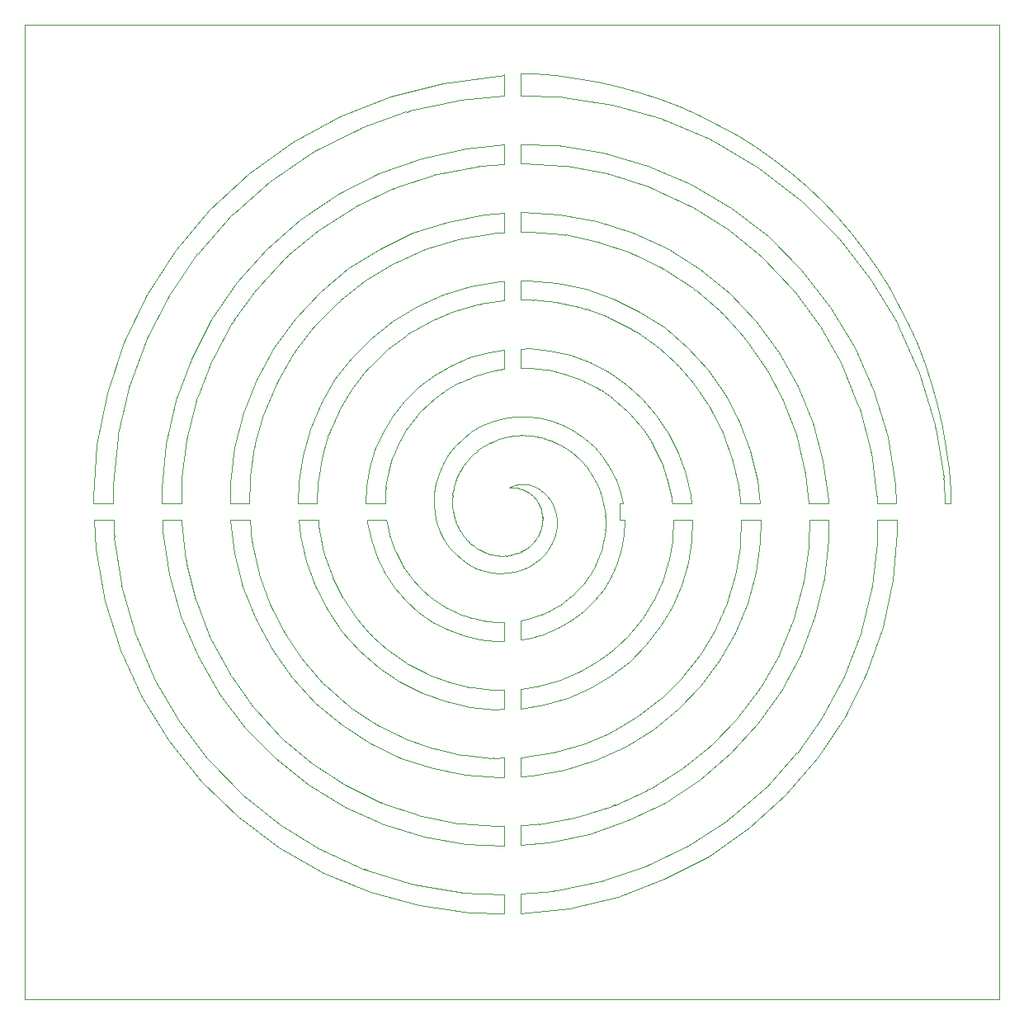
<source format=gm1>
G04 #@! TF.GenerationSoftware,KiCad,Pcbnew,9.0.2-9.0.2-0~ubuntu24.04.1*
G04 #@! TF.CreationDate,2025-06-21T09:29:29-07:00*
G04 #@! TF.ProjectId,2025-flex-spiral,32303235-2d66-46c6-9578-2d7370697261,rev?*
G04 #@! TF.SameCoordinates,Original*
G04 #@! TF.FileFunction,Profile,NP*
%FSLAX46Y46*%
G04 Gerber Fmt 4.6, Leading zero omitted, Abs format (unit mm)*
G04 Created by KiCad (PCBNEW 9.0.2-9.0.2-0~ubuntu24.04.1) date 2025-06-21 09:29:29*
%MOMM*%
%LPD*%
G01*
G04 APERTURE LIST*
G04 #@! TA.AperFunction,Profile*
%ADD10C,0.100000*%
G04 #@! TD*
G04 APERTURE END LIST*
D10*
G04 #@! TO.C,*
X50000000Y-50000000D02*
X150000000Y-50000000D01*
X50000000Y-150000000D02*
X50000000Y-50000000D01*
X56993300Y-98462690D02*
X57030400Y-99166672D01*
X57030400Y-99166672D02*
X59054200Y-99166672D01*
X57118300Y-100833328D02*
X57275900Y-103823560D01*
X57275900Y-103823560D02*
X58221900Y-109090440D01*
X57383000Y-93090910D02*
X56993300Y-98462690D01*
X58221900Y-109090440D02*
X59812500Y-114181600D01*
X58443200Y-87792700D02*
X57383000Y-93090910D01*
X59012600Y-97398420D02*
X59045600Y-97147870D01*
X59013300Y-97458150D02*
X59020500Y-97457980D01*
X59020500Y-97457980D02*
X59012600Y-97398420D01*
X59025400Y-97145830D02*
X59513400Y-92341080D01*
X59045600Y-97147870D02*
X59025400Y-97145830D01*
X59054200Y-99166672D02*
X59013300Y-97458150D01*
X59094000Y-100833328D02*
X57118300Y-100833328D01*
X59128300Y-102268830D02*
X59094000Y-100833328D01*
X59135400Y-102268660D02*
X59128300Y-102268830D01*
X59155300Y-102580230D02*
X59176000Y-102577120D01*
X59176000Y-102577120D02*
X59135400Y-102268660D01*
X59513400Y-92341080D02*
X59533600Y-92343120D01*
X59533600Y-92343120D02*
X59574100Y-92034960D01*
X59564300Y-92032700D02*
X60651900Y-87309400D01*
X59574100Y-92034960D02*
X59564300Y-92032700D01*
X59812500Y-114181600D02*
X62018400Y-119018600D01*
X59867100Y-107321790D02*
X59155300Y-102580230D01*
X59887800Y-107318680D02*
X59867100Y-107321790D01*
X59924500Y-107597720D02*
X59887800Y-107318680D01*
X59932700Y-107627380D02*
X59936400Y-107626340D01*
X59936400Y-107626340D02*
X59924500Y-107597720D01*
X60161600Y-82651600D02*
X58443200Y-87792700D01*
X60651900Y-87309400D02*
X60661700Y-87311700D01*
X60661700Y-87311700D02*
X60673300Y-87223400D01*
X60673300Y-87223400D02*
X60759000Y-87016500D01*
X60740900Y-87009800D02*
X62415300Y-82442900D01*
X60759000Y-87016500D02*
X60740900Y-87009800D01*
X61225800Y-112226300D02*
X59932700Y-107627380D01*
X61229500Y-112225300D02*
X61225800Y-112226300D01*
X61329100Y-112521300D02*
X61348700Y-112513100D01*
X61348700Y-112513100D02*
X61229500Y-112225300D01*
X62018400Y-119018600D02*
X64801400Y-123527800D01*
X62415300Y-82442900D02*
X62433400Y-82449500D01*
X62433400Y-82449500D02*
X62552300Y-82162500D01*
X62515500Y-77749200D02*
X60161600Y-82651600D01*
X62541100Y-82156700D02*
X64780200Y-77818900D01*
X62552300Y-82162500D02*
X62541100Y-82156700D01*
X63179200Y-116907000D02*
X61329100Y-112521300D01*
X63198900Y-116898700D02*
X63179200Y-116907000D01*
X63317600Y-117185200D02*
X63198900Y-116898700D01*
X63318500Y-117186800D02*
X63318700Y-117186700D01*
X63318700Y-117186700D02*
X63317600Y-117185200D01*
X64015700Y-97495190D02*
X64055600Y-99166672D01*
X64055600Y-99166672D02*
X66041000Y-99166672D01*
X64095400Y-100833328D02*
X64123100Y-101992770D01*
X64123100Y-101992770D02*
X64788400Y-106424680D01*
X64472000Y-93001970D02*
X64015700Y-97495190D01*
X64780200Y-77818900D02*
X64791400Y-77824700D01*
X64788400Y-106424680D02*
X65996800Y-110722200D01*
X64791400Y-77824700D02*
X64836600Y-77715600D01*
X64801400Y-123527800D02*
X68114400Y-127641100D01*
X64836600Y-77715600D02*
X64955400Y-77560800D01*
X64940600Y-77550700D02*
X67713400Y-73511800D01*
X64955400Y-77560800D02*
X64940600Y-77550700D01*
X65471700Y-73164400D02*
X62515500Y-77749200D01*
X65489300Y-88584000D02*
X64472000Y-93001970D01*
X65692700Y-121292200D02*
X63318500Y-117186800D01*
X65692900Y-121292100D02*
X65692700Y-121292200D01*
X65865800Y-121552500D02*
X65882800Y-121539600D01*
X65882800Y-121539600D02*
X65692900Y-121292100D01*
X65996800Y-110722200D02*
X67725200Y-114819200D01*
X66041000Y-99166672D02*
X66047900Y-96815490D01*
X66045300Y-100833328D02*
X64095400Y-100833328D01*
X66047900Y-96815490D02*
X66048900Y-96815490D01*
X66048900Y-96815490D02*
X66089600Y-96506210D01*
X66055100Y-101070300D02*
X66076200Y-101067700D01*
X66068400Y-96503480D02*
X66574200Y-92575820D01*
X66076200Y-101067700D02*
X66045300Y-100833328D01*
X66089600Y-96506210D02*
X66068400Y-96503480D01*
X66533700Y-104966320D02*
X66055100Y-101070300D01*
X66554800Y-104963730D02*
X66533700Y-104966320D01*
X66574200Y-92575820D02*
X66595400Y-92578550D01*
X66591200Y-105273680D02*
X66595500Y-105272580D01*
X66595400Y-92578550D02*
X66636000Y-92269500D01*
X66595500Y-105272580D02*
X66554800Y-104963730D01*
X66633400Y-92268810D02*
X67629900Y-88418200D01*
X66636000Y-92269500D02*
X66633400Y-92268810D01*
X67055900Y-84311000D02*
X65489300Y-88584000D01*
X67548100Y-109062640D02*
X66591200Y-105273680D01*
X67552500Y-109061540D02*
X67548100Y-109062640D01*
X67557200Y-109097490D02*
X67552500Y-109061540D01*
X67629900Y-88418200D02*
X67632500Y-88418900D01*
X67632500Y-88418900D02*
X67635300Y-88397400D01*
X67635300Y-88397400D02*
X67746600Y-88128800D01*
X67643500Y-109360430D02*
X67663000Y-109352830D01*
X67663000Y-109352830D02*
X67557200Y-109097490D01*
X67713400Y-73511800D02*
X67728100Y-73522000D01*
X67725200Y-114819200D02*
X69942600Y-118653500D01*
X67727000Y-88121000D02*
X69202700Y-84408700D01*
X67728100Y-73522000D02*
X67917200Y-73275600D01*
X67746600Y-88128800D02*
X67727000Y-88121000D01*
X67906000Y-73265700D02*
X71172600Y-69591400D01*
X67917200Y-73275600D02*
X67906000Y-73265700D01*
X68114400Y-127641100D02*
X71902000Y-131296800D01*
X68723200Y-125315700D02*
X65865800Y-121552500D01*
X68740200Y-125302800D02*
X68723200Y-125315700D01*
X68927400Y-125552400D02*
X68929900Y-125550000D01*
X68929900Y-125550000D02*
X68740200Y-125302800D01*
X68988200Y-68970700D02*
X65471700Y-73164400D01*
X69059700Y-112984100D02*
X67643500Y-109360430D01*
X69079100Y-112976500D02*
X69059700Y-112984100D01*
X69151400Y-80251500D02*
X67055900Y-84311000D01*
X69191500Y-113267600D02*
X69198200Y-113264000D01*
X69198200Y-113264000D02*
X69079100Y-112976500D01*
X69202700Y-84408700D02*
X69222400Y-84416500D01*
X69222400Y-84416500D02*
X69341500Y-84128900D01*
X69336200Y-84125900D02*
X71272200Y-80611600D01*
X69341500Y-84128900D02*
X69336200Y-84125900D01*
X69942600Y-118653500D02*
X72610600Y-122167300D01*
X71040600Y-116670900D02*
X69191500Y-113267600D01*
X71041100Y-99166672D02*
X73006300Y-99166672D01*
X71047300Y-116667200D02*
X71040600Y-116670900D01*
X71047400Y-96986630D02*
X71041100Y-99166672D01*
X71063500Y-100833328D02*
X71477300Y-104201190D01*
X71072200Y-116727300D02*
X71047300Y-116667200D01*
X71172600Y-69591400D02*
X71183700Y-69601300D01*
X71183700Y-69601300D02*
X71273200Y-69484700D01*
X71206800Y-116935800D02*
X71223200Y-116924000D01*
X71223200Y-116924000D02*
X71072200Y-116727300D01*
X71272200Y-80611600D02*
X71277500Y-80614600D01*
X71273200Y-69484700D02*
X71405200Y-69383500D01*
X71277500Y-80614600D02*
X71296800Y-80567900D01*
X71296800Y-80567900D02*
X71456500Y-80359800D01*
X71394500Y-69371300D02*
X75107000Y-66121800D01*
X71405200Y-69383500D02*
X71394500Y-69371300D01*
X71439900Y-80347700D02*
X73809600Y-77088600D01*
X71456500Y-80359800D02*
X71439900Y-80347700D01*
X71477300Y-104201190D02*
X72357500Y-107686340D01*
X71513200Y-93369830D02*
X71047400Y-96986630D01*
X71746900Y-76470800D02*
X69151400Y-80251500D01*
X71902000Y-131296800D02*
X76102200Y-134441100D01*
X72219900Y-128917200D02*
X68927400Y-125552400D01*
X72222400Y-128914800D02*
X72219900Y-128917200D01*
X72239000Y-128936500D02*
X72222400Y-128914800D01*
X72357500Y-107686340D02*
X73659600Y-111018200D01*
X72431200Y-89822500D02*
X71513200Y-93369830D01*
X72452100Y-129126500D02*
X72465200Y-129110000D01*
X72465200Y-129110000D02*
X72239000Y-128936500D01*
X72610600Y-122167300D02*
X75684200Y-125308400D01*
X73006300Y-99166672D02*
X73072200Y-96645030D01*
X73013000Y-65236700D02*
X68988200Y-68970700D01*
X73072200Y-96645030D02*
X73079900Y-96645230D01*
X73079900Y-96645230D02*
X73120600Y-96336470D01*
X73083200Y-100833328D02*
X71063500Y-100833328D01*
X73100000Y-96333330D02*
X73566100Y-93277730D01*
X73120600Y-96336470D02*
X73100000Y-96333330D01*
X73305800Y-103071490D02*
X73083200Y-100833328D01*
X73325900Y-103069490D02*
X73305800Y-103071490D01*
X73356200Y-103380340D02*
X73366500Y-103378010D01*
X73366500Y-103378010D02*
X73325900Y-103069490D01*
X73456100Y-120067500D02*
X71206800Y-116935800D01*
X73472500Y-120055700D02*
X73456100Y-120067500D01*
X73566100Y-93277730D02*
X73586700Y-93280870D01*
X73586700Y-93280870D02*
X73622700Y-93007680D01*
X73622700Y-93007680D02*
X73637000Y-92973190D01*
X73632500Y-92971940D02*
X74481500Y-89981800D01*
X73637000Y-92973190D02*
X73632500Y-92971940D01*
X73654100Y-120309500D02*
X73661800Y-120302400D01*
X73659600Y-111018200D02*
X75359200Y-114146200D01*
X73661800Y-120302400D02*
X73472500Y-120055700D01*
X73791200Y-86401300D02*
X72431200Y-89822500D01*
X73809600Y-77088600D02*
X73826200Y-77100600D01*
X73826200Y-77100600D02*
X74015600Y-76853900D01*
X74008900Y-76847700D02*
X76778900Y-73897100D01*
X74015600Y-76853900D02*
X74008900Y-76847700D01*
X74032400Y-106342990D02*
X73356200Y-103380340D01*
X74042700Y-106340650D02*
X74032400Y-106342990D01*
X74054900Y-106433750D02*
X74042700Y-106340650D01*
X74121000Y-106643140D02*
X74139000Y-106636610D01*
X74139000Y-106636610D02*
X74054900Y-106433750D01*
X74481500Y-89981800D02*
X74485900Y-89983000D01*
X74485900Y-89983000D02*
X74605200Y-89695000D01*
X74585600Y-89686700D02*
X75808200Y-86810000D01*
X74605200Y-89695000D02*
X74585600Y-89686700D01*
X74805300Y-73030500D02*
X71746900Y-76470800D01*
X75107000Y-66121800D02*
X75117700Y-66134000D01*
X75117700Y-66134000D02*
X75364000Y-65945000D01*
X75156100Y-109481770D02*
X74121000Y-106643140D01*
X75174000Y-109475230D02*
X75156100Y-109481770D01*
X75281500Y-109768490D02*
X75293100Y-109762560D01*
X75293100Y-109762560D02*
X75174000Y-109475230D01*
X75354600Y-65931000D02*
X79458100Y-63160500D01*
X75359200Y-114146200D02*
X77425800Y-117023400D01*
X75364000Y-65945000D02*
X75354600Y-65931000D01*
X75576000Y-83161500D02*
X73791200Y-86401300D01*
X75684200Y-125308400D02*
X79112000Y-128030500D01*
X75808200Y-86810000D02*
X75827800Y-86818300D01*
X75827800Y-86818300D02*
X75944000Y-86537900D01*
X75944000Y-86537900D02*
X75949400Y-86530800D01*
X75948400Y-86530200D02*
X77529500Y-83813800D01*
X75949400Y-86530800D02*
X75948400Y-86530200D01*
X76102200Y-134441100D02*
X80646700Y-137028200D01*
X76125100Y-132043400D02*
X72452100Y-129126500D01*
X76138200Y-132026900D02*
X76125100Y-132043400D01*
X76265000Y-123123200D02*
X73654100Y-120309500D01*
X76272700Y-123116000D02*
X76265000Y-123123200D01*
X76329800Y-123190400D02*
X76272700Y-123116000D01*
X76381600Y-132222100D02*
X76385100Y-132216300D01*
X76385100Y-132216300D02*
X76138200Y-132026900D01*
X76491600Y-123338600D02*
X76503900Y-123324000D01*
X76503900Y-123324000D02*
X76329800Y-123190400D01*
X76655200Y-112440100D02*
X75281500Y-109768490D01*
X76666700Y-112434200D02*
X76655200Y-112440100D01*
X76713400Y-112546900D02*
X76666700Y-112434200D01*
X76778900Y-73897100D02*
X76785500Y-73903300D01*
X76785500Y-73903300D02*
X76833800Y-73840400D01*
X76815400Y-112708900D02*
X76830100Y-112698900D01*
X76830100Y-112698900D02*
X76713400Y-112546900D01*
X76833800Y-73840400D02*
X77019200Y-73698100D01*
X77006700Y-73683000D02*
X80136600Y-71090100D01*
X77019200Y-73698100D02*
X77006700Y-73683000D01*
X77425800Y-117023400D02*
X79823600Y-119607300D01*
X77486400Y-62023700D02*
X73013000Y-65236700D01*
X77529500Y-83813800D02*
X77530500Y-83814400D01*
X77530500Y-83814400D02*
X77720600Y-83566700D01*
X77703600Y-83553700D02*
X79622200Y-81042300D01*
X77720600Y-83566700D02*
X77703600Y-83553700D01*
X77761500Y-80155600D02*
X75576000Y-83161500D01*
X78008000Y-99166672D02*
X79981300Y-99166672D01*
X78066400Y-96932450D02*
X78008000Y-99166672D01*
X78107900Y-100833328D02*
X78265800Y-102420680D01*
X78265800Y-102420680D02*
X78872200Y-105077500D01*
X78282300Y-69987400D02*
X74805300Y-73030500D01*
X78485200Y-94186740D02*
X78066400Y-96932450D01*
X78502300Y-115173600D02*
X76815400Y-112708900D01*
X78517000Y-115163600D02*
X78502300Y-115173600D01*
X78694900Y-115420300D02*
X78706200Y-115410300D01*
X78706200Y-115410300D02*
X78517000Y-115163600D01*
X78872200Y-105077500D02*
X79799900Y-107621640D01*
X79112000Y-128030500D02*
X82837800Y-130294600D01*
X79248600Y-91498120D02*
X78485200Y-94186740D01*
X79420000Y-125793100D02*
X76491600Y-123338600D01*
X79432300Y-125778500D02*
X79420000Y-125793100D01*
X79458100Y-63160500D02*
X79467500Y-63174400D01*
X79467500Y-63174400D02*
X79607000Y-63067300D01*
X79607000Y-63067300D02*
X79733900Y-63014800D01*
X79622200Y-81042300D02*
X79639200Y-81055300D01*
X79639200Y-81055300D02*
X79829100Y-80807700D01*
X79671800Y-125978600D02*
X79678800Y-125967700D01*
X79678800Y-125967700D02*
X79432300Y-125778500D01*
X79727500Y-63002100D02*
X84160100Y-60757300D01*
X79733900Y-63014800D02*
X79727500Y-63002100D01*
X79799900Y-107621640D02*
X81030100Y-110014300D01*
X79823600Y-119607300D02*
X82511800Y-121860500D01*
X79827300Y-80806000D02*
X82056800Y-78541500D01*
X79829100Y-80807700D02*
X79827300Y-80806000D01*
X79970800Y-99158875D02*
X80062200Y-96955760D01*
X79981300Y-99166672D02*
X79982200Y-99159348D01*
X79982200Y-99159348D02*
X79970800Y-99158875D01*
X80062200Y-96955760D02*
X80073700Y-96956240D01*
X80073700Y-96956240D02*
X80114300Y-96647220D01*
X80092100Y-100833328D02*
X78107900Y-100833328D01*
X80094800Y-96643940D02*
X80464200Y-94452470D01*
X80114300Y-96647220D02*
X80094800Y-96643940D01*
X80136600Y-71090100D02*
X80149200Y-71105200D01*
X80149200Y-71105200D02*
X80395700Y-70916000D01*
X80161100Y-101652270D02*
X80092100Y-100833328D01*
X80179700Y-101650700D02*
X80161100Y-101652270D01*
X80207000Y-101962460D02*
X80220400Y-101959610D01*
X80220400Y-101959610D02*
X80179700Y-101650700D01*
X80317000Y-77433500D02*
X77761500Y-80155600D01*
X80348600Y-88910000D02*
X79248600Y-91498120D01*
X80375000Y-134648800D02*
X76381600Y-132222100D01*
X80378500Y-134643100D02*
X80375000Y-134648800D01*
X80389400Y-70906100D02*
X83833200Y-68714900D01*
X80395700Y-70916000D02*
X80389400Y-70906100D01*
X80423300Y-134677400D02*
X80378500Y-134643100D01*
X80464200Y-94452470D02*
X80483700Y-94455750D01*
X80483700Y-94455750D02*
X80514600Y-94220890D01*
X80514600Y-94220890D02*
X80544100Y-94149750D01*
X80535600Y-94147190D02*
X81181300Y-92002550D01*
X80544100Y-94149750D02*
X80535600Y-94147190D01*
X80646700Y-137028200D02*
X85462400Y-139021500D01*
X80651800Y-134794100D02*
X80660100Y-134775500D01*
X80658400Y-104085280D02*
X80207000Y-101962460D01*
X80660100Y-134775500D02*
X80423300Y-134677400D01*
X80665000Y-117642000D02*
X78694900Y-115420300D01*
X80671800Y-104082430D02*
X80658400Y-104085280D01*
X80676300Y-117631900D02*
X80665000Y-117642000D01*
X80688900Y-104212300D02*
X80671800Y-104082430D01*
X80742800Y-104387310D02*
X80759100Y-104381640D01*
X80759100Y-104381640D02*
X80688900Y-104212300D01*
X80767700Y-117751000D02*
X80676300Y-117631900D01*
X80886900Y-117862700D02*
X80897500Y-117850600D01*
X80897500Y-117850600D02*
X80767700Y-117751000D01*
X81030100Y-110014300D02*
X82539900Y-112220200D01*
X81181300Y-92002550D02*
X81189800Y-92005110D01*
X81189800Y-92005110D02*
X81309100Y-91716980D01*
X81290300Y-91708620D02*
X82206400Y-89645800D01*
X81309100Y-91716980D02*
X81290300Y-91708620D01*
X81450700Y-106420520D02*
X80742800Y-104387310D01*
X81467000Y-106414840D02*
X81450700Y-106420520D01*
X81572200Y-106709640D02*
X81586200Y-106702680D01*
X81586200Y-106702680D02*
X81467000Y-106414840D01*
X81772000Y-86464500D02*
X80348600Y-88910000D01*
X82056800Y-78541500D02*
X82058600Y-78543200D01*
X82058600Y-78543200D02*
X82070600Y-78527700D01*
X82070600Y-78527700D02*
X82303000Y-78349300D01*
X82126200Y-67392000D02*
X78282300Y-69987400D01*
X82206400Y-89645800D02*
X82225200Y-89654100D01*
X82225200Y-89654100D02*
X82326100Y-89410400D01*
X82289900Y-78332700D02*
X84798400Y-76353600D01*
X82303000Y-78349300D02*
X82289900Y-78332700D01*
X82326100Y-89410400D02*
X82356400Y-89370900D01*
X82340900Y-59385500D02*
X77486400Y-62023700D01*
X82351300Y-89367800D02*
X83527300Y-87421000D01*
X82356400Y-89370900D02*
X82351300Y-89367800D01*
X82511800Y-121860500D02*
X85445700Y-123751100D01*
X82521400Y-108622670D02*
X81572200Y-106709640D01*
X82535400Y-108615710D02*
X82521400Y-108622670D01*
X82539900Y-112220200D02*
X84302000Y-114207200D01*
X82595800Y-108761470D02*
X82535400Y-108615710D01*
X82678100Y-108894320D02*
X82691100Y-108885700D01*
X82691100Y-108885700D02*
X82595800Y-108761470D01*
X82837800Y-130294600D02*
X86801100Y-132068900D01*
X82869100Y-128038900D02*
X79671800Y-125978600D01*
X82876100Y-128028000D02*
X82869100Y-128038900D01*
X82973200Y-128102500D02*
X82876100Y-128028000D01*
X83106100Y-119809200D02*
X80886900Y-117862700D01*
X83116700Y-119797200D02*
X83106100Y-119809200D01*
X83142000Y-128191600D02*
X83149700Y-128175600D01*
X83149700Y-128175600D02*
X82973200Y-128102500D01*
X83205700Y-75040500D02*
X80317000Y-77433500D01*
X83353900Y-120000500D02*
X83363400Y-119986500D01*
X83363400Y-119986500D02*
X83116700Y-119797200D01*
X83500300Y-84202200D02*
X81772000Y-86464500D01*
X83527300Y-87421000D02*
X83532400Y-87424100D01*
X83532400Y-87424100D02*
X83722400Y-87176500D01*
X83705900Y-87163400D02*
X85127000Y-85365400D01*
X83722400Y-87176500D02*
X83705900Y-87163400D01*
X83833200Y-68714900D02*
X83839500Y-68724800D01*
X83839500Y-68724800D02*
X83925200Y-68659000D01*
X83849800Y-110659000D02*
X82678100Y-108894320D01*
X83862800Y-110650400D02*
X83849800Y-110659000D01*
X83925200Y-68659000D02*
X84114800Y-68580500D01*
X84039300Y-110908900D02*
X84052500Y-110897600D01*
X84052500Y-110897600D02*
X83862800Y-110650400D01*
X84106900Y-68563800D02*
X87813000Y-66812100D01*
X84114800Y-68580500D02*
X84106900Y-68563800D01*
X84160100Y-60757300D02*
X84166500Y-60770000D01*
X84166500Y-60770000D02*
X84453400Y-60651200D01*
X84302000Y-114207200D02*
X86285300Y-115947000D01*
X84447200Y-60633800D02*
X89141600Y-58953800D01*
X84453400Y-60651200D02*
X84447200Y-60633800D01*
X84798400Y-76353600D02*
X84811600Y-76370300D01*
X84811600Y-76370300D02*
X85058700Y-76180600D01*
X84901000Y-136696400D02*
X80651800Y-134794100D01*
X84909300Y-136677800D02*
X84901000Y-136696400D01*
X84974800Y-99166672D02*
X86951100Y-99166672D01*
X85051400Y-97320020D02*
X84974800Y-99166672D01*
X85055700Y-76175600D02*
X87806700Y-74516400D01*
X85058700Y-76180600D02*
X85055700Y-76175600D01*
X85109800Y-100833328D02*
X85130300Y-101076080D01*
X85127000Y-85365400D02*
X85143600Y-85378500D01*
X85130300Y-101076080D02*
X85516400Y-102891620D01*
X85143600Y-85378500D02*
X85320600Y-85147800D01*
X85193700Y-136806100D02*
X85196500Y-136796800D01*
X85196500Y-136796800D02*
X84909300Y-136677800D01*
X85320600Y-85147800D02*
X85338400Y-85134200D01*
X85336400Y-85132100D02*
X86983700Y-83513900D01*
X85338400Y-85134200D02*
X85336400Y-85132100D01*
X85368500Y-95438290D02*
X85051400Y-97320020D01*
X85411400Y-112499800D02*
X84039300Y-110908900D01*
X85424500Y-112488500D02*
X85411400Y-112499800D01*
X85445700Y-123751100D02*
X88577100Y-125253200D01*
X85462400Y-139021500D02*
X90472460Y-140393900D01*
X85509900Y-82161000D02*
X83500300Y-84202200D01*
X85516400Y-102891620D02*
X86121000Y-104628100D01*
X85536800Y-112634800D02*
X85424500Y-112488500D01*
X85630800Y-112724000D02*
X85639900Y-112713900D01*
X85639900Y-112713900D02*
X85536800Y-112634800D01*
X85784500Y-121644800D02*
X83353900Y-120000500D01*
X85794000Y-121630800D02*
X85784500Y-121644800D01*
X85923700Y-93594380D02*
X85368500Y-95438290D01*
X85935300Y-121739200D02*
X85794000Y-121630800D01*
X86054200Y-121803600D02*
X86060600Y-121791100D01*
X86060600Y-121791100D02*
X85935300Y-121739200D01*
X86121000Y-104628100D02*
X86930500Y-106259570D01*
X86279300Y-65288700D02*
X82126200Y-67392000D01*
X86285300Y-115947000D02*
X88456200Y-117415600D01*
X86385100Y-73017400D02*
X83205700Y-75040500D01*
X86555800Y-129829100D02*
X83142000Y-128191600D01*
X86563500Y-129813100D02*
X86555800Y-129829100D01*
X86712200Y-91818710D02*
X85923700Y-93594380D01*
X86801100Y-132068900D02*
X90938220Y-133329700D01*
X86845700Y-129946400D02*
X86850500Y-129932000D01*
X86850500Y-129932000D02*
X86563500Y-129813100D01*
X86930500Y-106259570D02*
X87928300Y-107762330D01*
X86947500Y-99120438D02*
X86992600Y-97783140D01*
X86951100Y-99166672D02*
X86957200Y-99120758D01*
X86957200Y-99120758D02*
X86947500Y-99120438D01*
X86983700Y-83513900D02*
X86985700Y-83515900D01*
X86985700Y-83515900D02*
X87233600Y-83325700D01*
X86992600Y-97783140D02*
X87002200Y-97783460D01*
X87002200Y-97783460D02*
X87043200Y-97472240D01*
X87023100Y-97469010D02*
X87239000Y-96130970D01*
X87043200Y-97472240D02*
X87023100Y-97469010D01*
X87109700Y-100833328D02*
X85109800Y-100833328D01*
X87128200Y-101063050D02*
X87139600Y-101060500D01*
X87139600Y-101060500D02*
X87109700Y-100833328D01*
X87178300Y-114119000D02*
X85630800Y-112724000D01*
X87187500Y-114108900D02*
X87178300Y-114119000D01*
X87220700Y-83308700D02*
X89071400Y-81898800D01*
X87233600Y-83325700D02*
X87220700Y-83308700D01*
X87239000Y-96130970D02*
X87259100Y-96134200D01*
X87259100Y-96134200D02*
X87292300Y-95882200D01*
X87292300Y-95882200D02*
X87315900Y-95825300D01*
X87308900Y-95823240D02*
X87696500Y-94506450D01*
X87315900Y-95825300D02*
X87308900Y-95823240D01*
X87411500Y-102335340D02*
X87128200Y-101063050D01*
X87422900Y-102332790D02*
X87411500Y-102335340D01*
X87424100Y-114314000D02*
X87434800Y-114298600D01*
X87434800Y-114298600D02*
X87187500Y-114108900D01*
X87436900Y-102439000D02*
X87422900Y-102332790D01*
X87499500Y-102638730D02*
X87517000Y-102632420D01*
X87502800Y-57367200D02*
X82340900Y-59385500D01*
X87517000Y-102632420D02*
X87436900Y-102439000D01*
X87696500Y-94506450D02*
X87703500Y-94508510D01*
X87703500Y-94508510D02*
X87823600Y-94218430D01*
X87725900Y-90140620D02*
X86712200Y-91818710D01*
X87772200Y-80376200D02*
X85509900Y-82161000D01*
X87804500Y-94210050D02*
X88361800Y-92936720D01*
X87806700Y-74516400D02*
X87809700Y-74521400D01*
X87809700Y-74521400D02*
X87847900Y-74492100D01*
X87813000Y-66812100D02*
X87820900Y-66828800D01*
X87820900Y-66828800D02*
X88107900Y-66709900D01*
X87823600Y-94218430D02*
X87804500Y-94210050D01*
X87847900Y-74492100D02*
X88092600Y-74390700D01*
X87928300Y-107762330D02*
X89095200Y-109115360D01*
X87935100Y-103848860D02*
X87499500Y-102638730D01*
X87952700Y-103842560D02*
X87935100Y-103848860D01*
X88060700Y-104138810D02*
X88072800Y-104132640D01*
X88072800Y-104132640D02*
X87952700Y-103842560D01*
X88084200Y-74371900D02*
X91036820Y-73062300D01*
X88092600Y-74390700D02*
X88084200Y-74371900D01*
X88103500Y-66696500D02*
X92015690Y-65415700D01*
X88107900Y-66709900D02*
X88103500Y-66696500D01*
X88361800Y-92936720D02*
X88381000Y-92945100D01*
X88381000Y-92945100D02*
X88487000Y-92689120D01*
X88456200Y-117415600D02*
X90778030Y-118593500D01*
X88487000Y-92689120D02*
X88510300Y-92658750D01*
X88506200Y-92656340D02*
X89228300Y-91448440D01*
X88510300Y-92658750D02*
X88506200Y-92656340D01*
X88577100Y-125253200D02*
X91854830Y-126346900D01*
X88637700Y-105268920D02*
X88060700Y-104138810D01*
X88649800Y-105262760D02*
X88637700Y-105268920D01*
X88655800Y-123123400D02*
X86054200Y-121803600D01*
X88662100Y-123110900D02*
X88655800Y-123123400D01*
X88699200Y-105382190D02*
X88649800Y-105262760D01*
X88798900Y-105540800D02*
X88813400Y-105530940D01*
X88813400Y-105530940D02*
X88699200Y-105382190D01*
X88943200Y-123247300D02*
X88949400Y-123229900D01*
X88949400Y-123229900D02*
X88662100Y-123110900D01*
X88952300Y-88589100D02*
X87725900Y-90140620D01*
X89071400Y-81898800D02*
X89084300Y-81915800D01*
X89084300Y-81915800D02*
X89332400Y-81725500D01*
X89095200Y-109115360D02*
X90409300Y-110299900D01*
X89119900Y-115494200D02*
X87424100Y-114314000D01*
X89130600Y-115478900D02*
X89119900Y-115494200D01*
X89141600Y-58953800D02*
X89147800Y-58971100D01*
X89147800Y-58971100D02*
X89336900Y-58892700D01*
X89228300Y-91448440D02*
X89232400Y-91450850D01*
X89232400Y-91450850D02*
X89423600Y-91201660D01*
X89298000Y-115607400D02*
X89130600Y-115478900D01*
X89332100Y-81724900D02*
X91359620Y-80548900D01*
X89332400Y-81725500D02*
X89332100Y-81724900D01*
X89336900Y-58892700D02*
X89444400Y-58878600D01*
X89388200Y-115657000D02*
X89393400Y-115646900D01*
X89393400Y-115646900D02*
X89298000Y-115607400D01*
X89406900Y-91188550D02*
X90285920Y-90067520D01*
X89423600Y-91201660D02*
X89406900Y-91188550D01*
X89441800Y-58867100D02*
X94326140Y-57782100D01*
X89444400Y-58878600D02*
X89441800Y-58867100D01*
X89504100Y-106574800D02*
X88798900Y-105540800D01*
X89518600Y-106564930D02*
X89504100Y-106574800D01*
X89630400Y-138158200D02*
X85193700Y-136806100D01*
X89633200Y-138148900D02*
X89630400Y-138158200D01*
X89698500Y-106824230D02*
X89709800Y-106814160D01*
X89709800Y-106814160D02*
X89518600Y-106564930D01*
X89712100Y-138181600D02*
X89633200Y-138148900D01*
X89808000Y-71399600D02*
X86385100Y-73017400D01*
X89934500Y-138230500D02*
X89937800Y-138211300D01*
X89937800Y-138211300D02*
X89712100Y-138181600D01*
X90254840Y-78878900D02*
X87772200Y-80376200D01*
X90285920Y-90067520D02*
X90302640Y-90080630D01*
X90302640Y-90080630D02*
X90485440Y-89842400D01*
X90375560Y-87190900D02*
X88952300Y-88589100D01*
X90409300Y-110299900D02*
X91847110Y-111300600D01*
X90420750Y-131139400D02*
X86845700Y-129946400D01*
X90425550Y-131125000D02*
X90420750Y-131139400D01*
X90472460Y-140393900D02*
X95597290Y-141128100D01*
X90485440Y-89842400D02*
X90497010Y-89833500D01*
X90495700Y-89832200D02*
X91521150Y-88818600D01*
X90497010Y-89833500D02*
X90495700Y-89832200D01*
X90517060Y-107748000D02*
X89698500Y-106824230D01*
X90528440Y-107737920D02*
X90517060Y-107748000D01*
X90565060Y-131182800D02*
X90425550Y-131125000D01*
X90620350Y-107857700D02*
X90528440Y-107737920D01*
X90678910Y-63714100D02*
X86279300Y-65288700D01*
X90722990Y-131219700D02*
X90726120Y-131204000D01*
X90726120Y-131204000D02*
X90565060Y-131182800D01*
X90741410Y-107970990D02*
X90752090Y-107958790D01*
X90752090Y-107958790D02*
X90620350Y-107857700D01*
X90778030Y-118593500D02*
X93212550Y-119466200D01*
X90938220Y-133329700D02*
X95183210Y-134061500D01*
X91036820Y-73062300D02*
X91045180Y-73081100D01*
X91045180Y-73081100D02*
X91332750Y-72962000D01*
X91203090Y-116607500D02*
X89388200Y-115657000D01*
X91208370Y-116597400D02*
X91203090Y-116607500D01*
X91330200Y-72953600D02*
X94439880Y-72018000D01*
X91332750Y-72962000D02*
X91330200Y-72953600D01*
X91359620Y-80548900D02*
X91359940Y-80549500D01*
X91359940Y-80549500D02*
X91363920Y-80546400D01*
X91363920Y-80546400D02*
X91648330Y-80428600D01*
X91489610Y-116735300D02*
X91496520Y-116716800D01*
X91496520Y-116716800D02*
X91208370Y-116597400D01*
X91521150Y-88818600D02*
X91522460Y-88819900D01*
X91522460Y-88819900D02*
X91771820Y-88628500D01*
X91640030Y-80409000D02*
X93814790Y-79489100D01*
X91648330Y-80428600D02*
X91640030Y-80409000D01*
X91657100Y-108772600D02*
X90741410Y-107970990D01*
X91667790Y-108760410D02*
X91657100Y-108772600D01*
X91672930Y-124225900D02*
X88943200Y-123247300D01*
X91679170Y-124208500D02*
X91672930Y-124225900D01*
X91758820Y-88611600D02*
X92917420Y-87724400D01*
X91771820Y-88628500D02*
X91758820Y-88611600D01*
X91847110Y-111300600D02*
X93383540Y-112105200D01*
X91854830Y-126346900D02*
X95226520Y-127019600D01*
X91869510Y-124287300D02*
X91679170Y-124208500D01*
X91907900Y-108965550D02*
X91917180Y-108951770D01*
X91917180Y-108951770D02*
X91667790Y-108760410D01*
X91950040Y-99130676D02*
X92043030Y-100130768D01*
X91973630Y-124312800D02*
X91976180Y-124301300D01*
X91976180Y-124301300D02*
X91869510Y-124287300D01*
X91976550Y-85971200D02*
X90375560Y-87190900D01*
X91984420Y-98109440D02*
X91950040Y-99130676D01*
X92015690Y-65415700D02*
X92020100Y-65429100D01*
X92020100Y-65429100D02*
X92146480Y-65376800D01*
X92043030Y-100130768D02*
X92257520Y-101093990D01*
X92146480Y-65376800D02*
X92321530Y-65353700D01*
X92149960Y-97083630D02*
X91984420Y-98109440D01*
X92257520Y-101093990D02*
X92585950Y-102006330D01*
X92318330Y-65337200D02*
X96376910Y-64551400D01*
X92321530Y-65353700D02*
X92318330Y-65337200D01*
X92448350Y-96070080D02*
X92149960Y-97083630D01*
X92585950Y-102006330D02*
X93018910Y-102854390D01*
X92878940Y-95086260D02*
X92448350Y-96070080D01*
X92892820Y-56004400D02*
X87502800Y-57367200D01*
X92903200Y-109635420D02*
X91907900Y-108965550D01*
X92912480Y-109621640D02*
X92903200Y-109635420D01*
X92917420Y-87724400D02*
X92930420Y-87741400D01*
X92920790Y-77696400D02*
X90254840Y-78878900D01*
X92930420Y-87741400D02*
X93179780Y-87550100D01*
X93018910Y-102854390D02*
X93545610Y-103626650D01*
X93049100Y-109726490D02*
X92912480Y-109621640D01*
X93176470Y-109795200D02*
X93183110Y-109782000D01*
X93179170Y-87549000D02*
X94455120Y-86806000D01*
X93179780Y-87550100D02*
X93179170Y-87549000D01*
X93183110Y-109782000D02*
X93049100Y-109726490D01*
X93212550Y-119466200D02*
X95720020Y-120024100D01*
X93383540Y-112105200D02*
X94992360Y-112705000D01*
X93393050Y-117445000D02*
X91489610Y-116735300D01*
X93399960Y-117426400D02*
X93393050Y-117445000D01*
X93422550Y-70216200D02*
X89808000Y-71399600D01*
X93438950Y-94149480D02*
X92878940Y-95086260D01*
X93545610Y-103626650D02*
X94154020Y-104313230D01*
X93619350Y-117517300D02*
X93399960Y-117426400D01*
X93693360Y-117535900D02*
X93695390Y-117527300D01*
X93695390Y-117527300D02*
X93619350Y-117517300D01*
X93732380Y-84952900D02*
X91976550Y-85971200D01*
X93814790Y-79489100D02*
X93823090Y-79508800D01*
X93823090Y-79508800D02*
X94111590Y-79389300D01*
X93841930Y-99130325D02*
X93846250Y-99097488D01*
X93842150Y-99097427D02*
X93848690Y-98599290D01*
X93846250Y-99097488D02*
X93842150Y-99097427D01*
X93848690Y-98599290D02*
X93852800Y-98599350D01*
X93852800Y-98599350D02*
X93896470Y-98267650D01*
X93860490Y-99434372D02*
X93881620Y-99431778D01*
X93875660Y-98264560D02*
X93951390Y-97755250D01*
X93881620Y-99431778D02*
X93841930Y-99130325D01*
X93896470Y-98267650D02*
X93875660Y-98264560D01*
X93919040Y-99912292D02*
X93860490Y-99434372D01*
X93940170Y-99909698D02*
X93919040Y-99912292D01*
X93951390Y-97755250D02*
X93972200Y-97758350D01*
X93972200Y-97758350D02*
X94009380Y-97475830D01*
X93983050Y-100245422D02*
X93984330Y-100245087D01*
X93984330Y-100245087D02*
X93940170Y-99909698D01*
X94009380Y-97475830D02*
X94028260Y-97430240D01*
X94022550Y-97428590D02*
X94170210Y-96917820D01*
X94028260Y-97430240D02*
X94022550Y-97428590D01*
X94101530Y-100694946D02*
X93983050Y-100245422D01*
X94102810Y-100694611D02*
X94101530Y-100694946D01*
X94104160Y-100704803D02*
X94102810Y-100694611D01*
X94110490Y-79385400D02*
X96399950Y-78740100D01*
X94111590Y-79389300D02*
X94110490Y-79385400D01*
X94123080Y-93277050D02*
X93438950Y-94149480D01*
X94154020Y-104313230D02*
X94831220Y-104906070D01*
X94170210Y-96917820D02*
X94175930Y-96919460D01*
X94175930Y-96919460D02*
X94302800Y-96613190D01*
X94210830Y-101018200D02*
X94230580Y-101009990D01*
X94230580Y-101009990D02*
X94104160Y-100704803D01*
X94232990Y-110326200D02*
X93176470Y-109795200D01*
X94239610Y-110313000D02*
X94232990Y-110326200D01*
X94283780Y-96604810D02*
X94504780Y-96102810D01*
X94302800Y-96613190D02*
X94283780Y-96604810D01*
X94326140Y-57782100D02*
X94328700Y-57793600D01*
X94328700Y-57793600D02*
X94636720Y-57753100D01*
X94383060Y-101432100D02*
X94210830Y-101018200D01*
X94401960Y-131953600D02*
X90722990Y-131219700D01*
X94402800Y-101423890D02*
X94383060Y-101432100D01*
X94405090Y-131938000D02*
X94401960Y-131953600D01*
X94439880Y-72018000D02*
X94442430Y-72026400D01*
X94442430Y-72026400D02*
X94513110Y-71997100D01*
X94455120Y-86806000D02*
X94455730Y-86807000D01*
X94455730Y-86807000D02*
X94463210Y-86801300D01*
X94463210Y-86801300D02*
X94745120Y-86684500D01*
X94488130Y-139015400D02*
X89934500Y-138230500D01*
X94491420Y-138996300D02*
X94488130Y-139015400D01*
X94504780Y-96102810D02*
X94523800Y-96111190D01*
X94513110Y-71997100D02*
X94747820Y-71966200D01*
X94523800Y-96111190D02*
X94627790Y-95860120D01*
X94524370Y-110450200D02*
X94530290Y-110433400D01*
X94526140Y-101721650D02*
X94402800Y-101423890D01*
X94530290Y-110433400D02*
X94239610Y-110313000D01*
X94536480Y-101739400D02*
X94538740Y-101738070D01*
X94538740Y-101738070D02*
X94526140Y-101721650D01*
X94627790Y-95860120D02*
X94664380Y-95812420D01*
X94634890Y-57733500D02*
X99166672Y-57308600D01*
X94636720Y-57753100D02*
X94634890Y-57733500D01*
X94658290Y-95808720D02*
X94952590Y-95326020D01*
X94664380Y-95812420D02*
X94658290Y-95808720D01*
X94711880Y-131995500D02*
X94713100Y-131978500D01*
X94713100Y-131978500D02*
X94405090Y-131938000D01*
X94736800Y-86664900D02*
X96112010Y-86081500D01*
X94744540Y-71946700D02*
X97963870Y-71404000D01*
X94745120Y-86684500D02*
X94736800Y-86664900D01*
X94747820Y-71966200D02*
X94744540Y-71946700D01*
X94755430Y-102111560D02*
X94536480Y-101739400D01*
X94757690Y-102110230D02*
X94755430Y-102111560D01*
X94787260Y-124938800D02*
X91973630Y-124312800D01*
X94789810Y-124927300D02*
X94787260Y-124938800D01*
X94798890Y-139049200D02*
X94799450Y-139036800D01*
X94799450Y-139036800D02*
X94491420Y-138996300D01*
X94831220Y-104906070D02*
X95563430Y-105398880D01*
X94923900Y-92485470D02*
X94123080Y-93277050D01*
X94951070Y-102396850D02*
X94967590Y-102383760D01*
X94952590Y-95326020D02*
X94958680Y-95329730D01*
X94958680Y-95329730D02*
X95159010Y-95068660D01*
X94967590Y-102383760D02*
X94757690Y-102110230D01*
X94992360Y-112705000D02*
X96646880Y-113094700D01*
X95096480Y-124987500D02*
X95098330Y-124968000D01*
X95098330Y-124968000D02*
X94789810Y-124927300D01*
X95142990Y-95055730D02*
X95509020Y-94602970D01*
X95159010Y-95068660D02*
X95142990Y-95055730D01*
X95183210Y-134061500D02*
X99166672Y-134243200D01*
X95209090Y-102722340D02*
X94951070Y-102396850D01*
X95225600Y-102709240D02*
X95209090Y-102722340D01*
X95226520Y-127019600D02*
X98638570Y-127264800D01*
X95257540Y-62697100D02*
X90678910Y-63714100D01*
X95400420Y-102937060D02*
X95225600Y-102709240D01*
X95444230Y-102979810D02*
X95449260Y-102974530D01*
X95449260Y-102974530D02*
X95400420Y-102937060D01*
X95509020Y-94602970D02*
X95525020Y-94615910D01*
X95525020Y-94615910D02*
X95685410Y-94406910D01*
X95563430Y-105398880D02*
X96336550Y-105787430D01*
X95597290Y-141128100D02*
X99166672Y-141189500D01*
X95618000Y-84155300D02*
X93732380Y-84952900D01*
X95623250Y-110837600D02*
X94524370Y-110450200D01*
X95629170Y-110820800D02*
X95623250Y-110837600D01*
X95653790Y-117997600D02*
X93693360Y-117535900D01*
X95655820Y-117989000D02*
X95653790Y-117997600D01*
X95685410Y-94406910D02*
X95738040Y-94366530D01*
X95720020Y-120024100D02*
X98260210Y-120262600D01*
X95730360Y-76851100D02*
X92920790Y-77696400D01*
X95732670Y-94360870D02*
X96167340Y-93948560D01*
X95733200Y-103254970D02*
X95444230Y-102979810D01*
X95738040Y-94366530D02*
X95732670Y-94360870D01*
X95738240Y-103249690D02*
X95733200Y-103254970D01*
X95807450Y-110894600D02*
X95629170Y-110820800D01*
X95831740Y-91790340D02*
X94923900Y-92485470D01*
X95928100Y-110923800D02*
X95930880Y-110910900D01*
X95930880Y-110910900D02*
X95807450Y-110894600D01*
X95963150Y-118050200D02*
X95965320Y-118029700D01*
X95965320Y-118029700D02*
X95655820Y-117989000D01*
X96004410Y-103479030D02*
X96015990Y-103462830D01*
X96015990Y-103462830D02*
X95738240Y-103249690D01*
X96112010Y-86081500D02*
X96120330Y-86101100D01*
X96120330Y-86101100D02*
X96410260Y-85981000D01*
X96167340Y-93948560D02*
X96172700Y-93954210D01*
X96172700Y-93954210D02*
X96432160Y-93755130D01*
X96315900Y-103701450D02*
X96004410Y-103479030D01*
X96327470Y-103685240D02*
X96315900Y-103701450D01*
X96336550Y-105787430D02*
X97136030Y-106069290D01*
X96376910Y-64551400D02*
X96380110Y-64567900D01*
X96380110Y-64567900D02*
X96688030Y-64527400D01*
X96399950Y-78740100D02*
X96401050Y-78744000D01*
X96401050Y-78744000D02*
X96431090Y-78731600D01*
X96409130Y-85976900D02*
X97863460Y-85566300D01*
X96410260Y-85981000D02*
X96409130Y-85976900D01*
X96420140Y-93738540D02*
X96918840Y-93376860D01*
X96431090Y-78731600D02*
X96709410Y-78694900D01*
X96432160Y-93755130D02*
X96420140Y-93738540D01*
X96518650Y-103831920D02*
X96327470Y-103685240D01*
X96618990Y-103886830D02*
X96624680Y-103875840D01*
X96624680Y-103875840D02*
X96518650Y-103831920D01*
X96646880Y-113094700D02*
X98319790Y-113272100D01*
X96686970Y-64511200D02*
X99166672Y-64347100D01*
X96688030Y-64527400D02*
X96686970Y-64511200D01*
X96706280Y-78674200D02*
X99075653Y-78317800D01*
X96709410Y-78694900D02*
X96706280Y-78674200D01*
X96834960Y-91206120D02*
X95831740Y-91790340D01*
X96918840Y-93376860D02*
X96930860Y-93393450D01*
X96930860Y-93393450D02*
X97136570Y-93235610D01*
X96944520Y-104055420D02*
X96618990Y-103886830D01*
X96950210Y-104044430D02*
X96944520Y-104055420D01*
X97050280Y-111165500D02*
X95928100Y-110923800D01*
X97053050Y-111152600D02*
X97050280Y-111165500D01*
X97136030Y-106069290D02*
X97947750Y-106244130D01*
X97136570Y-93235610D02*
X97200040Y-93209320D01*
X97173450Y-69490000D02*
X93422550Y-70216200D01*
X97196210Y-93202240D02*
X97752870Y-92900850D01*
X97200040Y-93209320D02*
X97196210Y-93202240D01*
X97274550Y-104197270D02*
X97280170Y-104181110D01*
X97280170Y-104181110D02*
X96950210Y-104044430D01*
X97363720Y-111212400D02*
X97365330Y-111193700D01*
X97365330Y-111193700D02*
X97053050Y-111152600D01*
X97605240Y-83595200D02*
X95618000Y-84155300D01*
X97605730Y-104312210D02*
X97274550Y-104197270D01*
X97611340Y-104296020D02*
X97605730Y-104312210D01*
X97752870Y-92900850D02*
X97756700Y-92907910D01*
X97756700Y-92907910D02*
X98057270Y-92783420D01*
X97778320Y-104365190D02*
X97611340Y-104296020D01*
X97863460Y-85566300D02*
X97864590Y-85570400D01*
X97864590Y-85570400D02*
X97895710Y-85557500D01*
X97895710Y-85557500D02*
X98174420Y-85520800D01*
X97919540Y-90745970D02*
X96834960Y-91206120D01*
X97947750Y-106244130D02*
X98757890Y-106313390D01*
X97948730Y-118260800D02*
X95963150Y-118050200D01*
X97948990Y-125255400D02*
X95096480Y-124987500D01*
X97950840Y-125235800D02*
X97948990Y-125255400D01*
X97950900Y-118240300D02*
X97948730Y-118260800D01*
X97957110Y-104406130D02*
X97960340Y-104389160D01*
X97960340Y-104389160D02*
X97778320Y-104365190D01*
X97963870Y-71404000D02*
X97967150Y-71423500D01*
X97967150Y-71423500D02*
X98275510Y-71382900D01*
X98049960Y-92764300D02*
X98657040Y-92532060D01*
X98057270Y-92783420D02*
X98049960Y-92764300D01*
X98171310Y-85500000D02*
X99166672Y-85350500D01*
X98174420Y-85520800D02*
X98171310Y-85500000D01*
X98182710Y-125266300D02*
X97950840Y-125235800D01*
X98212420Y-118274700D02*
X97950900Y-118240300D01*
X98260210Y-120262600D02*
X99166672Y-120233900D01*
X98261580Y-125255900D02*
X98182710Y-125266300D01*
X98261870Y-125265100D02*
X98261580Y-125255900D01*
X98262150Y-118268200D02*
X98212420Y-118274700D01*
X98262270Y-118274200D02*
X98262150Y-118268200D01*
X98275020Y-71371400D02*
X99166672Y-71334100D01*
X98275510Y-71382900D02*
X98275020Y-71371400D01*
X98285840Y-104468830D02*
X97957110Y-104406130D01*
X98289080Y-104451840D02*
X98285840Y-104468830D01*
X98319790Y-113272100D02*
X99166672Y-113255200D01*
X98436360Y-132263200D02*
X94711880Y-131995500D01*
X98437580Y-132246200D02*
X98436360Y-132263200D01*
X98490250Y-111308700D02*
X97363720Y-111212400D01*
X98491850Y-111290000D02*
X98490250Y-111308700D01*
X98581010Y-55282200D02*
X98583620Y-55303300D01*
X98583620Y-55303300D02*
X92892820Y-56004400D01*
X98615550Y-132269600D02*
X98437580Y-132246200D01*
X98638570Y-127264800D02*
X99166672Y-127236600D01*
X98640530Y-76360500D02*
X95730360Y-76851100D01*
X98652220Y-104510990D02*
X98652680Y-104499710D01*
X98652680Y-104499710D02*
X98289080Y-104451840D01*
X98657040Y-92532060D02*
X98664350Y-92551160D01*
X98664350Y-92551160D02*
X98903260Y-92452210D01*
X98703190Y-111317800D02*
X98491850Y-111290000D01*
X98748320Y-132252100D02*
X98615550Y-132269600D01*
X98749070Y-132266000D02*
X98748320Y-132252100D01*
X98757890Y-106313390D02*
X99552628Y-106280270D01*
X98806790Y-111304200D02*
X98703190Y-111317800D01*
X98807270Y-111315700D02*
X98806790Y-111304200D01*
X98903260Y-92452210D02*
X98970520Y-92443360D01*
X98924970Y-55236900D02*
X98581010Y-55282200D01*
X98968670Y-92435620D02*
X99617371Y-92280440D01*
X98970520Y-92443360D02*
X98968670Y-92435620D01*
X98970890Y-104523990D02*
X98652220Y-104510990D01*
X98971340Y-104512710D02*
X98970890Y-104523990D01*
X99070282Y-90421080D02*
X97919540Y-90745970D01*
X99072754Y-104526060D02*
X98971340Y-104512710D01*
X99075653Y-78317800D02*
X99078766Y-78338500D01*
X99078766Y-78338500D02*
X99166672Y-78327000D01*
X99166672Y-55136700D02*
X98924970Y-55236900D01*
X99166672Y-57308600D02*
X99166672Y-55136700D01*
X99166672Y-62330500D02*
X95257540Y-62697100D01*
X99166672Y-64347100D02*
X99166672Y-62330500D01*
X99166672Y-69358000D02*
X97173450Y-69490000D01*
X99166672Y-71334100D02*
X99166672Y-69358000D01*
X99166672Y-76338500D02*
X98640530Y-76360500D01*
X99166672Y-78327000D02*
X99166672Y-76338500D01*
X99166672Y-83360300D02*
X97605240Y-83595200D01*
X99166672Y-85350500D02*
X99166672Y-83360300D01*
X99166672Y-111300700D02*
X98807270Y-111315700D01*
X99166672Y-113255200D02*
X99166672Y-111300700D01*
X99166672Y-118256200D02*
X98262270Y-118274200D01*
X99166672Y-120233900D02*
X99166672Y-118256200D01*
X99166672Y-125236400D02*
X98261870Y-125265100D01*
X99166672Y-127236600D02*
X99166672Y-125236400D01*
X99166672Y-132243700D02*
X98749070Y-132266000D01*
X99166672Y-134243200D02*
X99166672Y-132243700D01*
X99166672Y-139248400D02*
X94798890Y-139049200D01*
X99166672Y-141189500D02*
X99166672Y-139248400D01*
X99343018Y-104490480D02*
X99072754Y-104526060D01*
X99345291Y-104511170D02*
X99343018Y-104490480D01*
X99552628Y-106280270D02*
X100319763Y-106149670D01*
X99617371Y-92280440D02*
X99619217Y-92288180D01*
X99619217Y-92288180D02*
X99940353Y-92245900D01*
X99644577Y-104457410D02*
X99646851Y-104478090D01*
X99646851Y-104478090D02*
X99345291Y-104511170D01*
X99694717Y-97540190D02*
X100000000Y-97500000D01*
X99721313Y-97520900D02*
X99694717Y-97540190D01*
X99938217Y-92225480D02*
X100618500Y-92154130D01*
X99940353Y-92245900D02*
X99938217Y-92225480D01*
X99989502Y-97375700D02*
X99721313Y-97520900D01*
X100000000Y-97500000D02*
X100135025Y-97517780D01*
X100021347Y-104407810D02*
X99644577Y-104457410D01*
X100021606Y-104407700D02*
X100021347Y-104407810D01*
X100021606Y-104407730D02*
X100021606Y-104407700D01*
X100135025Y-97517780D02*
X100138168Y-97517360D01*
X100138168Y-97517360D02*
X100309113Y-97539870D01*
X100269699Y-90240880D02*
X99070282Y-90421080D01*
X100290924Y-97260390D02*
X99989502Y-97375700D01*
X100299774Y-104333130D02*
X100299789Y-104333160D01*
X100299789Y-104333160D02*
X100021606Y-104407730D01*
X100309113Y-97539870D02*
X100311676Y-97519520D01*
X100311676Y-97519520D02*
X100449860Y-97536880D01*
X100319763Y-106149670D02*
X101047520Y-105928020D01*
X100447205Y-97558040D02*
X100785217Y-97602550D01*
X100449860Y-97536880D02*
X100447205Y-97558040D01*
X100618500Y-92154130D02*
X100620636Y-92174550D01*
X100620636Y-92174550D02*
X100879288Y-92140490D01*
X100621994Y-97181200D02*
X100290924Y-97260390D01*
X100658218Y-104184660D02*
X100299774Y-104333130D01*
X100666580Y-104203510D02*
X100658218Y-104184660D01*
X100785217Y-97602550D02*
X100906281Y-97652690D01*
X100833328Y-55020500D02*
X100833328Y-57283200D01*
X100833328Y-57283200D02*
X104981700Y-57414400D01*
X100833328Y-62285700D02*
X100833328Y-64252800D01*
X100833328Y-64252800D02*
X100994370Y-64231600D01*
X100833328Y-69247700D02*
X100833328Y-71264400D01*
X100833328Y-71264400D02*
X101554280Y-71234200D01*
X100833328Y-76268800D02*
X100833328Y-78256200D01*
X100833328Y-78256200D02*
X101800510Y-78233100D01*
X100833328Y-83257600D02*
X100833328Y-85226500D01*
X100833328Y-85226500D02*
X101541950Y-85210100D01*
X100833328Y-111134200D02*
X100833328Y-113114500D01*
X100833328Y-113114500D02*
X101614360Y-113000000D01*
X100833328Y-118167900D02*
X100833328Y-120176000D01*
X100833328Y-120176000D02*
X103278750Y-119789000D01*
X100833328Y-125183600D02*
X100833328Y-127147400D01*
X100833328Y-127147400D02*
X102036900Y-127083100D01*
X100833328Y-132154600D02*
X100833328Y-134148300D01*
X100833328Y-134148300D02*
X103728180Y-133917600D01*
X100833328Y-139164200D02*
X100833328Y-141208500D01*
X100833328Y-141208500D02*
X105868840Y-140663200D01*
X100879288Y-92140490D02*
X100942917Y-92148860D01*
X100906281Y-97652690D02*
X100916901Y-97654100D01*
X100909485Y-104078110D02*
X100916016Y-104092800D01*
X100916016Y-104092800D02*
X100666580Y-104203510D01*
X100916901Y-97654100D02*
X101042790Y-97706240D01*
X100923370Y-104067460D02*
X100909485Y-104078110D01*
X100942917Y-92148860D02*
X100943115Y-92141310D01*
X100943115Y-92141310D02*
X101643950Y-92159210D01*
X100978149Y-97143830D02*
X100621994Y-97181200D01*
X100994370Y-64231600D02*
X101140980Y-64250900D01*
X101003280Y-69236500D02*
X100833328Y-69247700D01*
X101042790Y-97706240D02*
X101049390Y-97689350D01*
X101047520Y-105928020D02*
X101725420Y-105623020D01*
X101049390Y-97689350D02*
X101181080Y-97740890D01*
X101107820Y-125165800D02*
X101108110Y-125174900D01*
X101108110Y-125174900D02*
X100833328Y-125183600D01*
X101140980Y-64250900D02*
X101141860Y-64235900D01*
X101141860Y-64235900D02*
X105303330Y-64481900D01*
X101151920Y-103972790D02*
X100923370Y-104067460D01*
X101173450Y-97760360D02*
X101519850Y-97903850D01*
X101181080Y-97740890D02*
X101173450Y-97760360D01*
X101258130Y-103891280D02*
X101151920Y-103972790D01*
X101265730Y-103902950D02*
X101258130Y-103891280D01*
X101312410Y-111032700D02*
X101315700Y-111052100D01*
X101315700Y-111052100D02*
X100833328Y-111134200D01*
X101353820Y-97153430D02*
X100978149Y-97143830D01*
X101416560Y-125125100D02*
X101107820Y-125165800D01*
X101419770Y-125145400D02*
X101416560Y-125125100D01*
X101474430Y-103750490D02*
X101482030Y-103762160D01*
X101482030Y-103762160D02*
X101265730Y-103902950D01*
X101499690Y-90212450D02*
X100269699Y-90240880D01*
X101519850Y-97903850D02*
X101618580Y-97979600D01*
X101541950Y-85210100D02*
X101542100Y-85217100D01*
X101542100Y-85217100D02*
X101599700Y-85209500D01*
X101543200Y-111002300D02*
X101312410Y-111032700D01*
X101554280Y-71234200D02*
X101554760Y-71245700D01*
X101554760Y-71245700D02*
X101658740Y-71232100D01*
X101599700Y-85209500D02*
X101854390Y-85243000D01*
X101606630Y-76236400D02*
X100833328Y-76268800D01*
X101614360Y-113000000D02*
X103184970Y-112563300D01*
X101618580Y-97979600D02*
X101638750Y-97987960D01*
X101621770Y-110969800D02*
X101543200Y-111002300D01*
X101624590Y-110979000D02*
X101621770Y-110969800D01*
X101638750Y-97987960D02*
X101705780Y-98039400D01*
X101643750Y-92166760D02*
X101963730Y-92208890D01*
X101643950Y-92159210D02*
X101643750Y-92166760D01*
X101658740Y-71232100D02*
X101865510Y-71259300D01*
X101705780Y-98039400D02*
X101713790Y-98028080D01*
X101713790Y-98028080D02*
X101832690Y-98112180D01*
X101725420Y-105623020D02*
X102344270Y-105243640D01*
X101742600Y-97214310D02*
X101353820Y-97153430D01*
X101762920Y-83235400D02*
X100833328Y-83257600D01*
X101796600Y-103503280D02*
X101474430Y-103750490D01*
X101800510Y-78233100D02*
X101800670Y-78240200D01*
X101800670Y-78240200D02*
X101860180Y-78232400D01*
X101804820Y-103512280D02*
X101796600Y-103503280D01*
X101821410Y-98128130D02*
X102156510Y-98385270D01*
X101832690Y-98112180D02*
X101821410Y-98128130D01*
X101854390Y-85243000D02*
X101856480Y-85222700D01*
X101856480Y-85222700D02*
X103411380Y-85383300D01*
X101860180Y-78232400D02*
X102111530Y-78265500D01*
X101865510Y-71259300D02*
X101867070Y-71240800D01*
X101867070Y-71240800D02*
X105155110Y-71515700D01*
X101963730Y-92208890D02*
X101966920Y-92188490D01*
X101966920Y-92188490D02*
X102676390Y-92299610D01*
X101976410Y-103338940D02*
X101984630Y-103347950D01*
X101984630Y-103347950D02*
X101804820Y-103512280D01*
X102036900Y-127083100D02*
X105369130Y-126481500D01*
X102065780Y-103270360D02*
X101976410Y-103338940D01*
X102111530Y-78265500D02*
X102113590Y-78245200D01*
X102113590Y-78245200D02*
X104531830Y-78491600D01*
X102137120Y-97329860D02*
X101742600Y-97214310D01*
X102156510Y-98385270D02*
X102225970Y-98475780D01*
X102201550Y-103093410D02*
X102065780Y-103270360D01*
X102206880Y-103089320D02*
X102201550Y-103093410D01*
X102208040Y-55054200D02*
X100833328Y-55020500D01*
X102225970Y-98475780D02*
X102256610Y-98499300D01*
X102254390Y-103027390D02*
X102206880Y-103089320D01*
X102256610Y-98499300D02*
X102263090Y-98507740D01*
X102263090Y-98507740D02*
X102267580Y-98503800D01*
X102267580Y-98503800D02*
X102367690Y-98617840D01*
X102269840Y-103039430D02*
X102254390Y-103027390D01*
X102344270Y-105243640D02*
X102896360Y-104799730D01*
X102355670Y-98628400D02*
X102653900Y-99017075D01*
X102367690Y-98617840D02*
X102355670Y-98628400D01*
X102394130Y-102845290D02*
X102410950Y-102858400D01*
X102410950Y-102858400D02*
X102269840Y-103039430D01*
X102459700Y-132053600D02*
X102460450Y-132067500D01*
X102460450Y-132067500D02*
X100833328Y-132154600D01*
X102492190Y-117903400D02*
X102495250Y-117924300D01*
X102495250Y-117924300D02*
X100833328Y-118167900D01*
X102529450Y-97502400D02*
X102137120Y-97329860D01*
X102604170Y-102571550D02*
X102394130Y-102845290D01*
X102638140Y-102489550D02*
X102604170Y-102571550D01*
X102647000Y-102494260D02*
X102638140Y-102489550D01*
X102653810Y-110655400D02*
X102656630Y-110664700D01*
X102653900Y-99017075D02*
X102681060Y-99082657D01*
X102656630Y-110664700D02*
X101624590Y-110979000D01*
X102673200Y-92320010D02*
X102936650Y-92354690D01*
X102676390Y-92299610D02*
X102673200Y-92320010D01*
X102681060Y-99082657D02*
X102688350Y-99078720D01*
X102688350Y-99078720D02*
X102764180Y-99219070D01*
X102739440Y-102298840D02*
X102748290Y-102303540D01*
X102740940Y-90340620D02*
X101499690Y-90212450D01*
X102748290Y-102303540D02*
X102647000Y-102494260D01*
X102756900Y-99222992D02*
X102961580Y-99717133D01*
X102764180Y-99219070D02*
X102756900Y-99222992D01*
X102767790Y-132013100D02*
X102459700Y-132053600D01*
X102771090Y-132031300D02*
X102767790Y-132013100D01*
X102779680Y-117865500D02*
X102492190Y-117903400D01*
X102801540Y-117856500D02*
X102779680Y-117865500D01*
X102802340Y-117859300D02*
X102801540Y-117856500D01*
X102896360Y-104799730D02*
X103375610Y-104301760D01*
X102910830Y-101885060D02*
X102739440Y-102298840D01*
X102911420Y-97733170D02*
X102529450Y-97502400D01*
X102922730Y-101888840D02*
X102910830Y-101885060D01*
X102936650Y-92354690D02*
X102990360Y-92376940D01*
X102945620Y-110534600D02*
X102653810Y-110655400D01*
X102953930Y-110553100D02*
X102945620Y-110534600D01*
X102961580Y-99717133D02*
X102967030Y-99715561D01*
X102967030Y-99715561D02*
X103013730Y-99877716D01*
X102972370Y-101691680D02*
X102984250Y-101695470D01*
X102984250Y-101695470D02*
X102922730Y-101888840D01*
X102990360Y-92376940D02*
X102992310Y-92370290D01*
X102992310Y-92370290D02*
X103697860Y-92576930D01*
X103008290Y-99879288D02*
X103026180Y-99922516D01*
X103013730Y-99877716D02*
X103008290Y-99879288D01*
X103016750Y-101584520D02*
X102972370Y-101691680D01*
X103026180Y-99922516D02*
X103086760Y-100382690D01*
X103062700Y-101235460D02*
X103016750Y-101584520D01*
X103083800Y-101238010D02*
X103062700Y-101235460D01*
X103086760Y-100382690D02*
X103104280Y-100381363D01*
X103087590Y-101046430D02*
X103106720Y-101048750D01*
X103100940Y-100929901D02*
X103101930Y-100937469D01*
X103101930Y-100937469D02*
X103087590Y-101046430D01*
X103104280Y-100381363D02*
X103117770Y-100560043D01*
X103106340Y-100607635D02*
X103124850Y-100748215D01*
X103106720Y-101048750D02*
X103083800Y-101238010D01*
X103110180Y-100560623D02*
X103111360Y-100569550D01*
X103111360Y-100569550D02*
X103106340Y-100607635D01*
X103117770Y-100560043D02*
X103110180Y-100560623D01*
X103124850Y-100748215D02*
X103100940Y-100929901D01*
X103184970Y-112563300D02*
X104672380Y-111939900D01*
X103274250Y-98022080D02*
X102911420Y-97733170D01*
X103278750Y-119789000D02*
X105679020Y-119092800D01*
X103375610Y-104301760D02*
X103777240Y-103761030D01*
X103409290Y-85403600D02*
X103719650Y-85444400D01*
X103411380Y-85383300D02*
X103409290Y-85403600D01*
X103609070Y-98367720D02*
X103274250Y-98022080D01*
X103695910Y-92583590D02*
X103993130Y-92706700D01*
X103697860Y-92576930D02*
X103695910Y-92583590D01*
X103719650Y-85444400D02*
X103721790Y-85435200D01*
X103721790Y-85435200D02*
X105261060Y-85793800D01*
X103728180Y-133917600D02*
X107894930Y-133052800D01*
X103777240Y-103761030D02*
X104098340Y-103188770D01*
X103868840Y-83450000D02*
X101762920Y-83235400D01*
X103907360Y-98767670D02*
X103609070Y-98367720D01*
X103913760Y-110099000D02*
X103922070Y-110117500D01*
X103922070Y-110117500D02*
X102953930Y-110553100D01*
X103973110Y-90627660D02*
X102740940Y-90340620D01*
X103993130Y-92706700D02*
X104001510Y-92687640D01*
X104001510Y-92687640D02*
X104690170Y-92990480D01*
X104098340Y-103188770D02*
X104337460Y-102596540D01*
X104146330Y-110002700D02*
X103913760Y-110099000D01*
X104160480Y-99217712D02*
X103907360Y-98767670D01*
X104198880Y-109962330D02*
X104146330Y-110002700D01*
X104202960Y-109968960D02*
X104198880Y-109962330D01*
X104212070Y-124682700D02*
X104215270Y-124703000D01*
X104215270Y-124703000D02*
X101419770Y-125145400D01*
X104280140Y-138871300D02*
X104281570Y-138889400D01*
X104281570Y-138889400D02*
X100833328Y-139164200D01*
X104337460Y-102596540D02*
X104494810Y-101995540D01*
X104360440Y-99712692D02*
X104160480Y-99217712D01*
X104410770Y-55216700D02*
X102208040Y-55054200D01*
X104471500Y-124648500D02*
X104212070Y-124682700D01*
X104494810Y-101995540D02*
X104572070Y-101396670D01*
X104499940Y-100246231D02*
X104360440Y-99712692D01*
X104519090Y-124628800D02*
X104471500Y-124648500D01*
X104520810Y-124634800D02*
X104519090Y-124628800D01*
X104529770Y-78511800D02*
X104838700Y-78552500D01*
X104531830Y-78491600D02*
X104529770Y-78511800D01*
X104572070Y-101396670D02*
X104572310Y-100810364D01*
X104572310Y-100810364D02*
X104499940Y-100246231D01*
X104582200Y-76485200D02*
X101606630Y-76236400D01*
X104588030Y-138830800D02*
X104280140Y-138871300D01*
X104591000Y-138845100D02*
X104588030Y-138830800D01*
X104667240Y-62406900D02*
X100833328Y-62285700D01*
X104672380Y-111939900D02*
X106054950Y-111143700D01*
X104675130Y-117335500D02*
X104675920Y-117338400D01*
X104675920Y-117338400D02*
X102802340Y-117859300D01*
X104681790Y-93009520D02*
X104933810Y-93113910D01*
X104690170Y-92990480D02*
X104681790Y-93009520D01*
X104838700Y-78552500D02*
X104840930Y-78542800D01*
X104840930Y-78542800D02*
X107226270Y-79093700D01*
X104852040Y-69463900D02*
X101003280Y-69236500D01*
X104933810Y-93113910D02*
X104973460Y-93144330D01*
X104964220Y-117215800D02*
X104675130Y-117335500D01*
X104972470Y-117235500D02*
X104964220Y-117215800D01*
X104973460Y-93144330D02*
X104976580Y-93139180D01*
X104976580Y-93139180D02*
X105635130Y-93537030D01*
X104981410Y-57423500D02*
X105289640Y-57464100D01*
X104981700Y-57414400D02*
X104981410Y-57423500D01*
X105089260Y-109416470D02*
X105093340Y-109423110D01*
X105093340Y-109423110D02*
X104202960Y-109968960D01*
X105153550Y-71534200D02*
X105461760Y-71574800D01*
X105155110Y-71515700D02*
X105153550Y-71534200D01*
X105175780Y-91073270D02*
X103973110Y-90627660D01*
X105258910Y-85803000D02*
X105340900Y-85813800D01*
X105261060Y-85793800D02*
X105258910Y-85803000D01*
X105289640Y-57464100D02*
X105292850Y-57443700D01*
X105292850Y-57443700D02*
X110286400Y-58232700D01*
X105302440Y-64496800D02*
X105610400Y-64537400D01*
X105303330Y-64481900D02*
X105302440Y-64496800D01*
X105340260Y-109223890D02*
X105089260Y-109416470D01*
X105340900Y-85813800D02*
X105555620Y-85902800D01*
X105353260Y-109240050D02*
X105340260Y-109223890D01*
X105369130Y-126481500D02*
X108583340Y-125473900D01*
X105461760Y-71574800D02*
X105464630Y-71561200D01*
X105464630Y-71561200D02*
X108709590Y-72248300D01*
X105555620Y-85902800D02*
X105562440Y-85884400D01*
X105562440Y-85884400D02*
X107060710Y-86439500D01*
X105610400Y-64537400D02*
X105613660Y-64519800D01*
X105613660Y-64519800D02*
X109728970Y-65286400D01*
X105632000Y-93542210D02*
X105886570Y-93737530D01*
X105635130Y-93537030D02*
X105632000Y-93542210D01*
X105679020Y-119092800D02*
X107957670Y-118109000D01*
X105868840Y-140663200D02*
X110855400Y-139480100D01*
X105886570Y-93737530D02*
X105899640Y-93721120D01*
X105899640Y-93721120D02*
X106514920Y-94211040D01*
X105948320Y-83930100D02*
X103868840Y-83450000D01*
X106054950Y-111143700D02*
X107312910Y-110191100D01*
X106140730Y-108580260D02*
X106153730Y-108596440D01*
X106153730Y-108596440D02*
X105353260Y-109240050D01*
X106328290Y-91674410D02*
X105175780Y-91073270D01*
X106354930Y-108415890D02*
X106140730Y-108580260D01*
X106384260Y-108377690D02*
X106354930Y-108415890D01*
X106388460Y-108381730D02*
X106384260Y-108377690D01*
X106408260Y-131355900D02*
X106411560Y-131374100D01*
X106411560Y-131374100D02*
X102771090Y-132031300D01*
X106501850Y-94227460D02*
X106725400Y-94399000D01*
X106514920Y-94211040D02*
X106501850Y-94227460D01*
X106602860Y-55487100D02*
X104410770Y-55216700D01*
X106614460Y-131328700D02*
X106408260Y-131355900D01*
X106711790Y-131288400D02*
X106614460Y-131328700D01*
X106715240Y-131299400D02*
X106711790Y-131288400D01*
X106725400Y-94399000D02*
X106749740Y-94430730D01*
X106741740Y-116470900D02*
X106750020Y-116490600D01*
X106749740Y-94430730D02*
X106753270Y-94427320D01*
X106750020Y-116490600D02*
X104972470Y-117235500D01*
X106753270Y-94427320D02*
X107312420Y-95004530D01*
X107031170Y-116351000D02*
X106741740Y-116470900D01*
X107031360Y-116351300D02*
X107031170Y-116351000D01*
X107053910Y-86457900D02*
X107342850Y-86577600D01*
X107060710Y-86439500D02*
X107053910Y-86457900D01*
X107084560Y-107650040D02*
X107088760Y-107654080D01*
X107088760Y-107654080D02*
X106388460Y-108381730D01*
X107220690Y-123845300D02*
X107222410Y-123851200D01*
X107222410Y-123851200D02*
X104520810Y-124634800D01*
X107224040Y-79103300D02*
X107310820Y-79114800D01*
X107226270Y-79093700D02*
X107224040Y-79103300D01*
X107277510Y-107398570D02*
X107084560Y-107650040D01*
X107294430Y-107411150D02*
X107277510Y-107398570D01*
X107308900Y-95007950D02*
X107503810Y-95261960D01*
X107310820Y-79114800D02*
X107519840Y-79201300D01*
X107312420Y-95004530D02*
X107308900Y-95007950D01*
X107312910Y-110191100D02*
X108429150Y-109100330D01*
X107342850Y-86577600D02*
X107348280Y-86567200D01*
X107348280Y-86567200D02*
X108780330Y-87314100D01*
X107410520Y-92425480D02*
X106328290Y-91674410D01*
X107503810Y-95261960D02*
X107520770Y-95249310D01*
X107508680Y-123726000D02*
X107220690Y-123845300D01*
X107517040Y-123745400D02*
X107508680Y-123726000D01*
X107519840Y-79201300D02*
X107526520Y-79183200D01*
X107520630Y-77107400D02*
X104582200Y-76485200D01*
X107520770Y-95249310D02*
X108011490Y-95907240D01*
X107526520Y-79183200D02*
X109840550Y-80034000D01*
X107869400Y-106601670D02*
X107886340Y-106614240D01*
X107886340Y-106614240D02*
X107294430Y-107411150D01*
X107894930Y-133052800D02*
X111904600Y-131680500D01*
X107957670Y-118109000D02*
X110080400Y-116857000D01*
X107967770Y-84672700D02*
X105948320Y-83930100D01*
X107994540Y-95919890D02*
X108172580Y-96151920D01*
X108011490Y-95907240D02*
X107994540Y-95919890D01*
X108044420Y-106373580D02*
X107869400Y-106601670D01*
X108056230Y-106345080D02*
X108044420Y-106373580D01*
X108059590Y-106346950D02*
X108056230Y-106345080D01*
X108172580Y-96151920D02*
X108183440Y-96178150D01*
X108183440Y-96178150D02*
X108186520Y-96176410D01*
X108186520Y-96176410D02*
X108597290Y-96906750D01*
X108402820Y-93318130D02*
X107410520Y-92425480D01*
X108429150Y-109100330D02*
X109389010Y-107891880D01*
X108533570Y-105494400D02*
X108536910Y-105496280D01*
X108536910Y-105496280D02*
X108059590Y-106346950D01*
X108583340Y-125473900D02*
X111631000Y-124080000D01*
X108594190Y-96908490D02*
X108716510Y-97203780D01*
X108597290Y-96906750D02*
X108594190Y-96908490D01*
X108655120Y-105200960D02*
X108533570Y-105494400D01*
X108659270Y-70173200D02*
X104852040Y-69463900D01*
X108674850Y-105208920D02*
X108655120Y-105200960D01*
X108686290Y-115397800D02*
X108686480Y-115398100D01*
X108686480Y-115398100D02*
X107031360Y-116351300D01*
X108688860Y-115396800D02*
X108686290Y-115397800D01*
X108706710Y-72261900D02*
X108838790Y-72279300D01*
X108709590Y-72248300D02*
X108706710Y-72261900D01*
X108716510Y-97203780D02*
X108736250Y-97195800D01*
X108736250Y-97195800D02*
X109056550Y-97988630D01*
X108774900Y-87324500D02*
X108874180Y-87365600D01*
X108779050Y-55864700D02*
X106602860Y-55487100D01*
X108780330Y-87314100D02*
X108774900Y-87324500D01*
X108838790Y-72279300D02*
X109005400Y-72348300D01*
X108874180Y-87365600D02*
X109038970Y-87492100D01*
X108935300Y-115207700D02*
X108688860Y-115396800D01*
X108948180Y-115224700D02*
X108935300Y-115207700D01*
X109005400Y-72348300D02*
X109011000Y-72332100D01*
X109011000Y-72332100D02*
X112161200Y-73424700D01*
X109013890Y-104312410D02*
X109033630Y-104320390D01*
X109033630Y-104320390D02*
X108674850Y-105208920D01*
X109036800Y-97996610D02*
X109153380Y-98278050D01*
X109038970Y-87492100D02*
X109049560Y-87476800D01*
X109049560Y-87476800D02*
X110390700Y-88407600D01*
X109056550Y-97988630D02*
X109036800Y-97996610D01*
X109061340Y-137902400D02*
X109064320Y-137916700D01*
X109064320Y-137916700D02*
X104591000Y-138845100D01*
X109130280Y-104031420D02*
X109013890Y-104312410D01*
X109132160Y-104017120D02*
X109130280Y-104031420D01*
X109133940Y-104017590D02*
X109132160Y-104017120D01*
X109153380Y-98278050D02*
X109155380Y-98293270D01*
X109155380Y-98293270D02*
X109157290Y-98292770D01*
X109157290Y-98292770D02*
X109377900Y-99136673D01*
X109203320Y-137883700D02*
X109061340Y-137902400D01*
X109286450Y-94341340D02*
X108402820Y-93318130D01*
X109351390Y-63147000D02*
X104667240Y-62406900D01*
X109360470Y-137818600D02*
X109203320Y-137883700D01*
X109365800Y-137834200D02*
X109360470Y-137818600D01*
X109370500Y-103106780D02*
X109372280Y-103107250D01*
X109372280Y-103107250D02*
X109133940Y-104017590D01*
X109376010Y-99137161D02*
X109417680Y-99453598D01*
X109377900Y-99136673D02*
X109376010Y-99137161D01*
X109389010Y-107891880D02*
X110180700Y-106587510D01*
X109412060Y-102791170D02*
X109370500Y-103106780D01*
X109417680Y-99453598D02*
X109438870Y-99450882D01*
X109433260Y-102793900D02*
X109412060Y-102791170D01*
X109438870Y-99450882D02*
X109552050Y-100333069D01*
X109530260Y-101874940D02*
X109551450Y-101877670D01*
X109530850Y-100335785D02*
X109572370Y-100651184D01*
X109551450Y-101877670D02*
X109433260Y-102793900D01*
X109552050Y-100333069D02*
X109530850Y-100335785D01*
X109571870Y-101558820D02*
X109530260Y-101874940D01*
X109572010Y-101558820D02*
X109571870Y-101558820D01*
X109572240Y-100652206D02*
X109572370Y-100652206D01*
X109572370Y-100651184D02*
X109572240Y-100652206D01*
X109572370Y-100652206D02*
X109572010Y-101558820D01*
X109725710Y-65304000D02*
X109918180Y-65329300D01*
X109728970Y-65286400D02*
X109725710Y-65304000D01*
X109833860Y-80052200D02*
X110121500Y-80171300D01*
X109840550Y-80034000D02*
X109833860Y-80052200D01*
X109893840Y-85669900D02*
X107967770Y-84672700D01*
X109918180Y-65329300D02*
X110028300Y-65374900D01*
X110028300Y-65374900D02*
X110032200Y-65362800D01*
X110032200Y-65362800D02*
X114036200Y-66642300D01*
X110044300Y-95481980D02*
X109286450Y-94341340D01*
X110075200Y-122617900D02*
X110083600Y-122637200D01*
X110080400Y-116857000D02*
X112016200Y-115360100D01*
X110083600Y-122637200D02*
X107517040Y-123745400D01*
X110121500Y-80171300D02*
X110127200Y-80160300D01*
X110127200Y-80160300D02*
X112332100Y-81301900D01*
X110180700Y-106587510D02*
X110795600Y-105210130D01*
X110225100Y-130187000D02*
X110228600Y-130198000D01*
X110228600Y-130198000D02*
X106715240Y-131299400D01*
X110283200Y-58253000D02*
X110543300Y-58287300D01*
X110286400Y-58232700D02*
X110283200Y-58253000D01*
X110342600Y-122507100D02*
X110075200Y-122617900D01*
X110361200Y-122492900D02*
X110342600Y-122507100D01*
X110362700Y-122495400D02*
X110361200Y-122492900D01*
X110374600Y-78097300D02*
X107520630Y-77107400D01*
X110380100Y-88422800D02*
X110628100Y-88613100D01*
X110390700Y-88407600D02*
X110380100Y-88422800D01*
X110444100Y-114065000D02*
X110456900Y-114082100D01*
X110456900Y-114082100D02*
X108948180Y-115224700D01*
X110512300Y-130068000D02*
X110225100Y-130187000D01*
X110520600Y-130086000D02*
X110512300Y-130068000D01*
X110543300Y-58287300D02*
X110589800Y-58306500D01*
X110589800Y-58306500D02*
X110591500Y-58300700D01*
X110591500Y-58300700D02*
X115464300Y-59711300D01*
X110628100Y-88613100D02*
X110637300Y-88602800D01*
X110637300Y-88602800D02*
X111863900Y-89706200D01*
X110660800Y-96724290D02*
X110044300Y-95481980D01*
X110692300Y-113874500D02*
X110444100Y-114065000D01*
X110694900Y-113877200D02*
X110692300Y-113874500D01*
X110795600Y-105210130D02*
X111227800Y-103782970D01*
X110855400Y-139480100D02*
X115639000Y-137690200D01*
X110934100Y-56348600D02*
X108779050Y-55864700D01*
X110990200Y-99166672D02*
X111358900Y-99166672D01*
X110990200Y-100833328D02*
X111011700Y-100540970D01*
X111011700Y-99459030D02*
X110990200Y-99166672D01*
X111011700Y-100540970D02*
X111025000Y-100000000D01*
X111025000Y-100000000D02*
X111011700Y-99459030D01*
X111122200Y-98050480D02*
X110660800Y-96724290D01*
X111227800Y-103782970D02*
X111474700Y-102330150D01*
X111358900Y-99166672D02*
X111122200Y-98050480D01*
X111474700Y-102330150D02*
X111536700Y-100875000D01*
X111533200Y-100833328D02*
X110990200Y-100833328D01*
X111536700Y-100875000D02*
X111533200Y-100833328D01*
X111631000Y-124080000D02*
X114465800Y-122325700D01*
X111694400Y-86910000D02*
X109893840Y-85669900D01*
X111854600Y-89716500D02*
X111959600Y-89797100D01*
X111863900Y-89706200D02*
X111854600Y-89716500D01*
X111904600Y-131680500D02*
X115696100Y-129826200D01*
X111959600Y-89797100D02*
X112070900Y-89942100D01*
X112016200Y-115360100D02*
X113737600Y-113645200D01*
X112033600Y-112563900D02*
X112036100Y-112566500D01*
X112036100Y-112566500D02*
X110694900Y-113877200D01*
X112056600Y-112546200D02*
X112033600Y-112563900D01*
X112070900Y-89942100D02*
X112084000Y-89930800D01*
X112084000Y-89930800D02*
X113173600Y-91192600D01*
X112155600Y-73440900D02*
X112442700Y-73559800D01*
X112161200Y-73424700D02*
X112155600Y-73440900D01*
X112230000Y-112320300D02*
X112056600Y-112546200D01*
X112246500Y-112333400D02*
X112230000Y-112320300D01*
X112326400Y-81312900D02*
X112432700Y-81356900D01*
X112332100Y-81301900D02*
X112326400Y-81312900D01*
X112365000Y-71357400D02*
X108659270Y-70173200D01*
X112432700Y-81356900D02*
X112590500Y-81478000D01*
X112442700Y-73559800D02*
X112449700Y-73545500D01*
X112449700Y-73545500D02*
X115454400Y-75030800D01*
X112590500Y-81478000D02*
X112600700Y-81463000D01*
X112600700Y-81463000D02*
X114659800Y-82881200D01*
X112754200Y-121081500D02*
X112755600Y-121084000D01*
X112755600Y-121084000D02*
X110362700Y-122495400D01*
X113001800Y-120891500D02*
X112754200Y-121081500D01*
X113014800Y-120908400D02*
X113001800Y-120891500D01*
X113062800Y-56937700D02*
X110934100Y-56348600D01*
X113098200Y-79443600D02*
X110374600Y-78097300D01*
X113160600Y-91203860D02*
X113350800Y-91451690D01*
X113173600Y-91192600D02*
X113160600Y-91203860D01*
X113338900Y-88377200D02*
X111694400Y-86910000D01*
X113350800Y-91451690D02*
X113363800Y-91443040D01*
X113363800Y-91443040D02*
X114296000Y-92846040D01*
X113385600Y-110865500D02*
X113402000Y-110878600D01*
X113402000Y-110878600D02*
X112246500Y-112333400D01*
X113575900Y-110617400D02*
X113385600Y-110865500D01*
X113581500Y-110620900D02*
X113575900Y-110617400D01*
X113666500Y-136344800D02*
X113671800Y-136360400D01*
X113671800Y-136360400D02*
X109365800Y-137834200D01*
X113737600Y-113645200D02*
X115220300Y-111742400D01*
X113844900Y-128543800D02*
X113853100Y-128561800D01*
X113853100Y-128561800D02*
X110520600Y-130086000D01*
X113923500Y-64470600D02*
X109351390Y-63147000D01*
X113953400Y-136226000D02*
X113666500Y-136344800D01*
X113960700Y-136240900D02*
X113953400Y-136226000D01*
X114032300Y-66654400D02*
X114319300Y-66773400D01*
X114036200Y-66642300D02*
X114032300Y-66654400D01*
X114063300Y-128453400D02*
X113844900Y-128543800D01*
X114124200Y-128406600D02*
X114063300Y-128453400D01*
X114128800Y-128414200D02*
X114124200Y-128406600D01*
X114283000Y-92854690D02*
X114378800Y-92979600D01*
X114296000Y-92846040D02*
X114283000Y-92854690D01*
X114319300Y-66773400D02*
X114327400Y-66755900D01*
X114327400Y-66755900D02*
X118156200Y-68532500D01*
X114378800Y-92979600D02*
X114439200Y-93125290D01*
X114439200Y-93125290D02*
X114453200Y-93118330D01*
X114453200Y-93118330D02*
X115209700Y-94642780D01*
X114465800Y-122325700D02*
X117046000Y-120242100D01*
X114530900Y-109044050D02*
X114536600Y-109047490D01*
X114536600Y-109047490D02*
X113581500Y-110620900D01*
X114564500Y-109000260D02*
X114530900Y-109044050D01*
X114649600Y-82896100D02*
X114896500Y-83085600D01*
X114659800Y-82881200D02*
X114649600Y-82896100D01*
X114663700Y-108760930D02*
X114564500Y-109000260D01*
X114682400Y-108769270D02*
X114663700Y-108760930D01*
X114798200Y-90051540D02*
X113338900Y-88377200D01*
X114896500Y-83085600D02*
X114906200Y-83074700D01*
X114906200Y-83074700D02*
X116784700Y-84750800D01*
X115160000Y-57630500D02*
X113062800Y-56937700D01*
X115185800Y-119202700D02*
X115198900Y-119219600D01*
X115195600Y-94649730D02*
X115315200Y-94938250D01*
X115198900Y-119219600D02*
X113014800Y-120908400D01*
X115209700Y-94642780D02*
X115195600Y-94649730D01*
X115220300Y-111742400D02*
X116444700Y-109684050D01*
X115315200Y-94938250D02*
X115331400Y-94932590D01*
X115331400Y-94932590D02*
X115896300Y-96556300D01*
X115406800Y-107096040D02*
X115425500Y-107104390D01*
X115425500Y-107104390D02*
X114682400Y-108769270D01*
X115433600Y-119012500D02*
X115185800Y-119202700D01*
X115434100Y-119012900D02*
X115433600Y-119012500D01*
X115447300Y-75045000D02*
X115596600Y-75106900D01*
X115454400Y-75030800D02*
X115447300Y-75045000D01*
X115462600Y-59717200D02*
X115750100Y-59836300D01*
X115464300Y-59711300D02*
X115462600Y-59717200D01*
X115526400Y-106807370D02*
X115406800Y-107096040D01*
X115535300Y-106810060D02*
X115526400Y-106807370D01*
X115596600Y-75106900D02*
X115717200Y-75199400D01*
X115639000Y-137690200D02*
X120146800Y-135325600D01*
X115647000Y-81129200D02*
X113098200Y-79443600D01*
X115696100Y-129826200D02*
X119212000Y-127522800D01*
X115717200Y-75199400D02*
X115725600Y-75186700D01*
X115725600Y-75186700D02*
X118535700Y-77045100D01*
X115750100Y-59836300D02*
X115758500Y-59816900D01*
X115758500Y-59816900D02*
X120433200Y-61831400D01*
X115880100Y-96561970D02*
X115949900Y-96730700D01*
X115896300Y-96556300D02*
X115880100Y-96561970D01*
X115909600Y-73002100D02*
X112365000Y-71357400D01*
X115949900Y-96730700D02*
X115967200Y-96861940D01*
X115967200Y-96861940D02*
X115980700Y-96859070D01*
X115980700Y-96859070D02*
X116341000Y-98557790D01*
X116046500Y-91909700D02*
X114798200Y-90051540D01*
X116049900Y-105079040D02*
X116058700Y-105081730D01*
X116058700Y-105081730D02*
X115535300Y-106810060D01*
X116080900Y-105004090D02*
X116049900Y-105079040D01*
X116111400Y-104772630D02*
X116080900Y-105004090D01*
X116130800Y-104775920D02*
X116111400Y-104772630D01*
X116327500Y-98560650D02*
X116368300Y-98870250D01*
X116341000Y-98557790D02*
X116327500Y-98560650D01*
X116368300Y-98870250D02*
X116386800Y-98868710D01*
X116386800Y-98868710D02*
X116411600Y-99166672D01*
X116411000Y-103009380D02*
X116430400Y-103012680D01*
X116411600Y-99166672D02*
X118387700Y-99166672D01*
X116430400Y-103012680D02*
X116130800Y-104775920D01*
X116444700Y-109684050D02*
X117395200Y-107504750D01*
X116451800Y-102699720D02*
X116411000Y-103009380D01*
X116463500Y-102700230D02*
X116451800Y-102699720D01*
X116527200Y-100930145D02*
X116538900Y-100930649D01*
X116538900Y-100930649D02*
X116463500Y-102700230D01*
X116539900Y-100833328D02*
X116527200Y-100930145D01*
X116775000Y-84761700D02*
X116888100Y-84848500D01*
X116784700Y-84750800D02*
X116775000Y-84761700D01*
X116888100Y-84848500D02*
X116992400Y-84984500D01*
X116992400Y-84984500D02*
X117004900Y-84973600D01*
X117004900Y-84973600D02*
X118670500Y-86884600D01*
X117046000Y-120242100D02*
X119333700Y-117865200D01*
X117060400Y-93924900D02*
X116046500Y-91909700D01*
X117220700Y-58425400D02*
X115160000Y-57630500D01*
X117225500Y-126487400D02*
X117230200Y-126495000D01*
X117230200Y-126495000D02*
X114128800Y-128414200D01*
X117377200Y-117076200D02*
X117377600Y-117076600D01*
X117377600Y-117076600D02*
X115434100Y-119012900D01*
X117380900Y-117073300D02*
X117377200Y-117076200D01*
X117395200Y-107504750D02*
X118060900Y-105240370D01*
X117472400Y-126298000D02*
X117225500Y-126487400D01*
X117485300Y-126314100D02*
X117472400Y-126298000D01*
X117568300Y-116829100D02*
X117380900Y-117073300D01*
X117585100Y-116842200D02*
X117568300Y-116829100D01*
X117820200Y-96067430D02*
X117060400Y-93924900D01*
X117978400Y-83131100D02*
X115647000Y-81129200D01*
X118026200Y-134234100D02*
X118033500Y-134249000D01*
X118033500Y-134249000D02*
X113960700Y-136240900D01*
X118060900Y-105240370D02*
X118435600Y-102927780D01*
X118148100Y-68550000D02*
X118353900Y-68635200D01*
X118156200Y-68532500D02*
X118148100Y-68550000D01*
X118185200Y-134168200D02*
X118026200Y-134234100D01*
X118297300Y-134082200D02*
X118185200Y-134168200D01*
X118305200Y-134094300D02*
X118297300Y-134082200D01*
X118309900Y-98305020D02*
X117820200Y-96067430D01*
X118310700Y-66361200D02*
X113923500Y-64470600D01*
X118353900Y-68635200D02*
X118425600Y-68690200D01*
X118387700Y-99166672D02*
X118309900Y-98305020D01*
X118425600Y-68690200D02*
X118431000Y-68681600D01*
X118431000Y-68681600D02*
X122022800Y-70931400D01*
X118435600Y-102927780D02*
X118509500Y-100833328D01*
X118509500Y-100833328D02*
X116539900Y-100833328D01*
X118527300Y-77057800D02*
X118773800Y-77247000D01*
X118535700Y-77045100D02*
X118527300Y-77057800D01*
X118658100Y-86895500D02*
X118847500Y-87142300D01*
X118670500Y-86884600D02*
X118658100Y-86895500D01*
X118773800Y-77247000D02*
X118785300Y-77233600D01*
X118785300Y-77233600D02*
X121354500Y-79439700D01*
X118847500Y-87142300D02*
X118861200Y-87133100D01*
X118861200Y-87133100D02*
X120284400Y-89251800D01*
X119212000Y-127522800D02*
X122399700Y-124809800D01*
X119236000Y-75085600D02*
X115909600Y-73002100D01*
X119240000Y-59320500D02*
X117220700Y-58425400D01*
X119243900Y-114678800D02*
X119260700Y-114691900D01*
X119260700Y-114691900D02*
X117585100Y-116842200D01*
X119333700Y-117865200D02*
X121296400Y-115235100D01*
X119433800Y-114431300D02*
X119243900Y-114678800D01*
X119437300Y-114433300D02*
X119433800Y-114431300D01*
X120053200Y-85421400D02*
X117978400Y-83131100D01*
X120146800Y-135325600D02*
X124309900Y-132427000D01*
X120270800Y-89261000D02*
X120374300Y-89395900D01*
X120284400Y-89251800D02*
X120270800Y-89261000D01*
X120296300Y-124017500D02*
X120309300Y-124033600D01*
X120309300Y-124033600D02*
X117485300Y-126314100D01*
X120374300Y-89395900D02*
X120429300Y-89528800D01*
X120424800Y-61850800D02*
X120693800Y-61962200D01*
X120429300Y-89528800D02*
X120442500Y-89522200D01*
X120433200Y-61831400D02*
X120424800Y-61850800D01*
X120442500Y-89522200D02*
X121597400Y-91817750D01*
X120506400Y-123856400D02*
X120296300Y-124017500D01*
X120535600Y-123818200D02*
X120506400Y-123856400D01*
X120539800Y-123822300D02*
X120535600Y-123818200D01*
X120693800Y-61962200D02*
X120710600Y-61975100D01*
X120710600Y-61975100D02*
X120711900Y-61972700D01*
X120711900Y-61972700D02*
X125113800Y-64563600D01*
X120818600Y-112103300D02*
X120822100Y-112105400D01*
X120822100Y-112105400D02*
X119437300Y-114433300D01*
X120838500Y-112077300D02*
X120818600Y-112103300D01*
X120945800Y-111818400D02*
X120838500Y-112077300D01*
X120965000Y-111826800D02*
X120945800Y-111818400D01*
X121212800Y-60313600D02*
X119240000Y-59320500D01*
X121296400Y-115235100D02*
X122906800Y-112395700D01*
X121343000Y-79453100D02*
X121493700Y-79568700D01*
X121354500Y-79439700D02*
X121343000Y-79453100D01*
X121493700Y-79568700D02*
X121568900Y-79666800D01*
X121568900Y-79666800D02*
X121578700Y-79658000D01*
X121578700Y-79658000D02*
X123863900Y-82180600D01*
X121584300Y-91824360D02*
X121703400Y-92111830D01*
X121597400Y-91817750D02*
X121584300Y-91824360D01*
X121703400Y-92111830D02*
X121720400Y-92105800D01*
X121720400Y-92105800D02*
X122585100Y-94544100D01*
X121835700Y-87967100D02*
X120053200Y-85421400D01*
X122017400Y-70940000D02*
X122264100Y-71129300D01*
X122021700Y-109351520D02*
X122041000Y-109359890D01*
X122022800Y-70931400D02*
X122017400Y-70940000D01*
X122041000Y-109359890D02*
X120965000Y-111826800D01*
X122075100Y-131607100D02*
X122083100Y-131619200D01*
X122083100Y-131619200D02*
X118305200Y-134094300D01*
X122141000Y-109063570D02*
X122021700Y-109351520D01*
X122147900Y-109065600D02*
X122141000Y-109063570D01*
X122264100Y-71129300D02*
X122276900Y-71113600D01*
X122276900Y-71113600D02*
X125573300Y-73805100D01*
X122289800Y-77579000D02*
X119236000Y-75085600D01*
X122321500Y-131418100D02*
X122075100Y-131607100D01*
X122333300Y-131431900D02*
X122321500Y-131418100D01*
X122399700Y-124809800D02*
X125212200Y-121733100D01*
X122442700Y-68793300D02*
X118310700Y-66361200D01*
X122568100Y-94550130D02*
X122643700Y-94732650D01*
X122585100Y-94544100D02*
X122568100Y-94550130D01*
X122643700Y-94732650D02*
X122658900Y-94847930D01*
X122658900Y-94847930D02*
X122671100Y-94845260D01*
X122671100Y-94845260D02*
X123227900Y-97389500D01*
X122895200Y-106498200D02*
X122902100Y-106500230D01*
X122902100Y-106500230D02*
X122147900Y-109065600D01*
X122906800Y-112395700D02*
X124143300Y-109393570D01*
X122918500Y-106442110D02*
X122895200Y-106498200D01*
X122951400Y-106191600D02*
X122918500Y-106442110D01*
X122971500Y-106194850D02*
X122951400Y-106191600D01*
X123040700Y-121215500D02*
X123044900Y-121219600D01*
X123044900Y-121219600D02*
X120539800Y-123822300D01*
X123134600Y-61402200D02*
X121212800Y-60313600D01*
X123215700Y-97392170D02*
X123256300Y-97700780D01*
X123227900Y-97389500D02*
X123215700Y-97392170D01*
X123230300Y-120968400D02*
X123040700Y-121215500D01*
X123247300Y-120981100D02*
X123230300Y-120968400D01*
X123256300Y-97700780D02*
X123275500Y-97699040D01*
X123275500Y-97699040D02*
X123408100Y-99166672D01*
X123294500Y-90730870D02*
X121835700Y-87967100D01*
X123376300Y-103569230D02*
X123396300Y-103572480D01*
X123396300Y-103572480D02*
X122971500Y-106194850D01*
X123408100Y-99166672D02*
X125407200Y-99166672D01*
X123416900Y-103260470D02*
X123376300Y-103569230D01*
X123426900Y-103260820D02*
X123416900Y-103260470D01*
X123512600Y-100833328D02*
X123426900Y-103260820D01*
X123854200Y-82189400D02*
X124043500Y-82436000D01*
X123863900Y-82180600D02*
X123854200Y-82189400D01*
X124043500Y-82436000D02*
X124059000Y-82425100D01*
X124059000Y-82425100D02*
X126021400Y-85227600D01*
X124143300Y-109393570D02*
X124990800Y-106277210D01*
X124309900Y-132427000D02*
X128066000Y-129043300D01*
X124402900Y-93671460D02*
X123294500Y-90730870D01*
X124990800Y-106277210D02*
X125440100Y-103096630D01*
X125000700Y-62583900D02*
X123134600Y-61402200D01*
X125020500Y-80446600D02*
X122289800Y-77579000D01*
X125112400Y-64565900D02*
X125359600Y-64755600D01*
X125113800Y-64563600D02*
X125112400Y-64565900D01*
X125139500Y-96744310D02*
X124402900Y-93671460D01*
X125212200Y-121733100D02*
X127608700Y-118343700D01*
X125359600Y-64755600D02*
X125372700Y-64738600D01*
X125372700Y-64738600D02*
X129430600Y-67869100D01*
X125380400Y-118087200D02*
X125397400Y-118099900D01*
X125397400Y-118099900D02*
X123247300Y-120981100D01*
X125407200Y-99166672D02*
X125139500Y-96744310D01*
X125440100Y-103096630D02*
X125474400Y-100833328D01*
X125474400Y-100833328D02*
X123512600Y-100833328D01*
X125558800Y-117854700D02*
X125380400Y-118087200D01*
X125560500Y-73820800D02*
X125760000Y-73973800D01*
X125566200Y-117836800D02*
X125558800Y-117854700D01*
X125568400Y-117838000D02*
X125566200Y-117836800D01*
X125573300Y-73805100D02*
X125560500Y-73820800D01*
X125747800Y-128502100D02*
X125759600Y-128516000D01*
X125759600Y-128516000D02*
X122333300Y-131431900D01*
X125760000Y-73973800D02*
X125797400Y-74022600D01*
X125797400Y-74022600D02*
X125802700Y-74017600D01*
X125802700Y-74017600D02*
X128749400Y-77112000D01*
X125907000Y-128379900D02*
X125747800Y-128502100D01*
X125975500Y-128290700D02*
X125907000Y-128379900D01*
X125984500Y-128298900D02*
X125975500Y-128290700D01*
X126005800Y-85238500D02*
X126138500Y-85411500D01*
X126021400Y-85227600D02*
X126005800Y-85238500D01*
X126138500Y-85411500D02*
X126175000Y-85499500D01*
X126175000Y-85499500D02*
X126184400Y-85494500D01*
X126184400Y-85494500D02*
X127789500Y-88535500D01*
X126252500Y-71732300D02*
X122442700Y-68793300D01*
X126806500Y-63855700D02*
X125000700Y-62583900D01*
X127331200Y-114724800D02*
X127333300Y-114726000D01*
X127333300Y-114726000D02*
X125568400Y-117838000D01*
X127382300Y-83646700D02*
X125020500Y-80446600D01*
X127450500Y-114436700D02*
X127331200Y-114724800D01*
X127470300Y-114444900D02*
X127450500Y-114436700D01*
X127608700Y-118343700D02*
X129555300Y-114697000D01*
X127780100Y-88540400D02*
X127899100Y-88827800D01*
X127789500Y-88535500D02*
X127780100Y-88540400D01*
X127899100Y-88827800D02*
X127917900Y-88820700D01*
X127917900Y-88820700D02*
X129136900Y-92054550D01*
X128066000Y-129043300D02*
X131359100Y-125230700D01*
X128547700Y-65214500D02*
X126806500Y-63855700D01*
X128744100Y-77117000D02*
X128933500Y-77363900D01*
X128749400Y-77112000D02*
X128744100Y-77117000D01*
X128806400Y-111144800D02*
X128826200Y-111152900D01*
X128826200Y-111152900D02*
X127470300Y-114444900D01*
X128925800Y-110856500D02*
X128806400Y-111144800D01*
X128927000Y-110856800D02*
X128925800Y-110856500D01*
X128933500Y-77363900D02*
X128950400Y-77351500D01*
X128950400Y-77351500D02*
X131498200Y-80803500D01*
X128999300Y-124982800D02*
X129008300Y-124991000D01*
X129008300Y-124991000D02*
X125984500Y-128298900D01*
X129118100Y-92061630D02*
X129212300Y-92289260D01*
X129136900Y-92054550D02*
X129118100Y-92061630D01*
X129188500Y-124736300D02*
X128999300Y-124982800D01*
X129204400Y-124747600D02*
X129188500Y-124736300D01*
X129212300Y-92289260D02*
X129221100Y-92355410D01*
X129221100Y-92355410D02*
X129228700Y-92353580D01*
X129228700Y-92353580D02*
X130038300Y-95731230D01*
X129334700Y-87131600D02*
X127382300Y-83646700D01*
X129417500Y-67886000D02*
X129664900Y-68075800D01*
X129430600Y-67869100D02*
X129417500Y-67886000D01*
X129555300Y-114697000D02*
X131025400Y-110852200D01*
X129664900Y-68075800D02*
X129665600Y-68075100D01*
X129665600Y-68075100D02*
X133313600Y-71699600D01*
X129678500Y-75136200D02*
X126252500Y-71732300D01*
X129855600Y-107437810D02*
X129856700Y-107438130D01*
X129856700Y-107438130D02*
X128927000Y-110856800D01*
X129859100Y-107429140D02*
X129855600Y-107437810D01*
X129898700Y-107128780D02*
X129859100Y-107429140D01*
X129919800Y-107131760D02*
X129898700Y-107128780D01*
X130030700Y-95733060D02*
X130071300Y-96041670D01*
X130038300Y-95731230D02*
X130030700Y-95733060D01*
X130071300Y-96041670D02*
X130092000Y-96039380D01*
X130092000Y-96039380D02*
X130437600Y-99166672D01*
X130220100Y-66657200D02*
X128547700Y-65214500D01*
X130391800Y-103637970D02*
X130412900Y-103640950D01*
X130412900Y-103640950D02*
X129919800Y-107131760D01*
X130432500Y-103329030D02*
X130391800Y-103637970D01*
X130437200Y-103329100D02*
X130432500Y-103329030D01*
X130437600Y-99166672D02*
X132431100Y-99166672D01*
X130474900Y-100833328D02*
X130437200Y-103329100D01*
X130843500Y-90848980D02*
X129334700Y-87131600D01*
X131025400Y-110852200D02*
X132000100Y-106870800D01*
X131359100Y-125230700D02*
X134141300Y-121051400D01*
X131481300Y-80815900D02*
X131651800Y-81038100D01*
X131498200Y-80803500D02*
X131481300Y-80815900D01*
X131651800Y-81038100D02*
X131664200Y-81068100D01*
X131664200Y-81068100D02*
X131667800Y-81066100D01*
X131667800Y-81066100D02*
X133773300Y-84824300D01*
X131765800Y-121091100D02*
X131781700Y-121102400D01*
X131781700Y-121102400D02*
X129204400Y-124747600D01*
X131819800Y-68180200D02*
X130220100Y-66657200D01*
X131881100Y-94742540D02*
X130843500Y-90848980D01*
X131905500Y-120909100D02*
X131765800Y-121091100D01*
X131937500Y-120831900D02*
X131905500Y-120909100D01*
X131945900Y-120836400D02*
X131937500Y-120831900D01*
X132000100Y-106870800D02*
X132468200Y-102816210D01*
X132426900Y-98752380D02*
X131881100Y-94742540D01*
X132431100Y-99166672D02*
X132426900Y-98752380D01*
X132448100Y-100833328D02*
X130474900Y-100833328D01*
X132468200Y-102816210D02*
X132448100Y-100833328D01*
X132663600Y-78954500D02*
X129678500Y-75136200D01*
X133312900Y-71700300D02*
X133319400Y-71705300D01*
X133313600Y-71699600D02*
X133312900Y-71700300D01*
X133319400Y-71705300D02*
X133504400Y-71946400D01*
X133342800Y-69779900D02*
X131819800Y-68180200D01*
X133504400Y-71946400D02*
X133521100Y-71933300D01*
X133521100Y-71933300D02*
X136699100Y-75998300D01*
X133769800Y-84826300D02*
X133889000Y-85114100D01*
X133773300Y-84824300D02*
X133769800Y-84826300D01*
X133889000Y-85114100D02*
X133908800Y-85106100D01*
X133908800Y-85106100D02*
X135535400Y-89113800D01*
X134031600Y-116908900D02*
X134040000Y-116913400D01*
X134040000Y-116913400D02*
X131945900Y-120836400D01*
X134141300Y-121051400D02*
X136372700Y-116573200D01*
X134150600Y-116621700D02*
X134031600Y-116908900D01*
X134169700Y-116629000D02*
X134150600Y-116621700D01*
X134785500Y-71452300D02*
X133342800Y-69779900D01*
X135158000Y-83130400D02*
X132663600Y-78954500D01*
X135515600Y-89121800D02*
X135633700Y-89406900D01*
X135535400Y-89113800D02*
X135515600Y-89121800D01*
X135633700Y-89406900D02*
X135634200Y-89410300D01*
X135634200Y-89410300D02*
X135634600Y-89410200D01*
X135634600Y-89410200D02*
X136752800Y-93606370D01*
X135732500Y-112484200D02*
X135751600Y-112491500D01*
X135751600Y-112491500D02*
X134169700Y-116629000D01*
X135831300Y-112245800D02*
X135732500Y-112484200D01*
X135838400Y-112191600D02*
X135831300Y-112245800D01*
X135844800Y-112193200D02*
X135838400Y-112191600D01*
X136144300Y-73193500D02*
X134785500Y-71452300D01*
X136372700Y-116573200D02*
X138022100Y-111868100D01*
X136682400Y-76011400D02*
X136871900Y-76258400D01*
X136699100Y-75998300D02*
X136682400Y-76011400D01*
X136752300Y-93606490D02*
X136793000Y-93915770D01*
X136752800Y-93606370D02*
X136752300Y-93606490D01*
X136793000Y-93915770D02*
X136814200Y-93912890D01*
X136814200Y-93912890D02*
X137402300Y-98233020D01*
X136871900Y-76258400D02*
X136875900Y-76256100D01*
X136875900Y-76256100D02*
X139530800Y-80700800D01*
X136887600Y-107906010D02*
X136893900Y-107907560D01*
X136893900Y-107907560D02*
X135844800Y-112193200D01*
X136928200Y-107597440D02*
X136887600Y-107906010D01*
X136949100Y-107599850D02*
X136928200Y-107597440D01*
X137118800Y-87600700D02*
X135158000Y-83130400D01*
X137381100Y-98235900D02*
X137421800Y-98544830D01*
X137402300Y-98233020D02*
X137381100Y-98235900D01*
X137416100Y-74999300D02*
X136144300Y-73193500D01*
X137421800Y-98544830D02*
X137425000Y-98544800D01*
X137425000Y-98544800D02*
X137431400Y-99166672D01*
X137431400Y-99166672D02*
X139387100Y-99166672D01*
X137432300Y-103231700D02*
X137453200Y-103234120D01*
X137448300Y-100833328D02*
X137469600Y-102921940D01*
X137453200Y-103234120D02*
X136949100Y-107599850D01*
X137466400Y-102921970D02*
X137469700Y-102947360D01*
X137469600Y-102921940D02*
X137466400Y-102921970D01*
X137469700Y-102947360D02*
X137432300Y-103231700D01*
X138022100Y-111868100D02*
X139067900Y-107010910D01*
X138511500Y-92297490D02*
X137118800Y-87600700D01*
X138597800Y-76865400D02*
X137416100Y-74999300D01*
X139067900Y-107010910D02*
X139498100Y-102078610D01*
X139310200Y-97148450D02*
X138511500Y-92297490D01*
X139387100Y-99166672D02*
X139310200Y-97148450D01*
X139450600Y-100833328D02*
X137448300Y-100833328D01*
X139498100Y-102078610D02*
X139450600Y-100833328D01*
X139526800Y-80703100D02*
X139549600Y-80732800D01*
X139530800Y-80700800D02*
X139526800Y-80703100D01*
X139549600Y-80732800D02*
X139654900Y-80986900D01*
X139654900Y-80986900D02*
X139674000Y-80978500D01*
X139674000Y-80978500D02*
X141760600Y-85735700D01*
X139686400Y-78787200D02*
X138597800Y-76865400D01*
X140679500Y-80760000D02*
X139686400Y-78787200D01*
X141574600Y-82779300D02*
X140679500Y-80760000D01*
X141741500Y-85744100D02*
X141860500Y-86031400D01*
X141760600Y-85735700D02*
X141741500Y-85744100D01*
X141860500Y-86031400D02*
X141868000Y-86029200D01*
X141868000Y-86029200D02*
X143349700Y-91026140D01*
X142369500Y-84840000D02*
X141574600Y-82779300D01*
X143062300Y-86937200D02*
X142369500Y-84840000D01*
X143342200Y-91028370D02*
X143367700Y-91089830D01*
X143349700Y-91026140D02*
X143342200Y-91028370D01*
X143367700Y-91089830D02*
X143399800Y-91334000D01*
X143399800Y-91334000D02*
X143419700Y-91330730D01*
X143419700Y-91330730D02*
X144269200Y-96490690D01*
X143651400Y-89065900D02*
X143062300Y-86937200D01*
X144135300Y-91220950D02*
X143651400Y-89065900D01*
X144249400Y-96493960D02*
X144290000Y-96802030D01*
X144269200Y-96490690D02*
X144249400Y-96493960D01*
X144290000Y-96802030D02*
X144300600Y-96801620D01*
X144300600Y-96801620D02*
X144390800Y-99166672D01*
X144390800Y-99166672D02*
X144979500Y-99166672D01*
X144512900Y-93397140D02*
X144135300Y-91220950D01*
X144783300Y-95589230D02*
X144512900Y-93397140D01*
X144945800Y-97791960D02*
X144783300Y-95589230D01*
X144979500Y-99166672D02*
X144945800Y-97791960D01*
X150000000Y-50000000D02*
X150000000Y-150000000D01*
X150000000Y-150000000D02*
X50000000Y-150000000D01*
G04 #@! TD*
M02*

</source>
